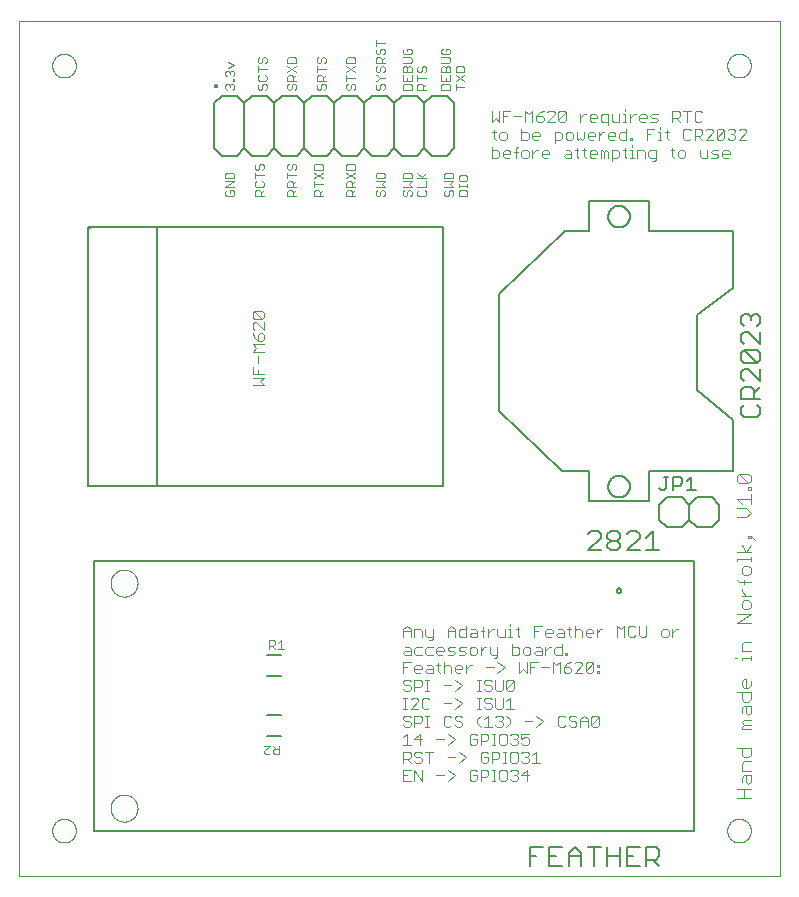
<source format=gto>
G75*
%MOIN*%
%OFA0B0*%
%FSLAX25Y25*%
%IPPOS*%
%LPD*%
%AMOC8*
5,1,8,0,0,1.08239X$1,22.5*
%
%ADD10C,0.00000*%
%ADD11C,0.00300*%
%ADD12C,0.00400*%
%ADD13C,0.00500*%
%ADD14C,0.00600*%
%ADD15C,0.00800*%
D10*
X0001000Y0001000D02*
X0001000Y0285961D01*
X0254701Y0285961D01*
X0254701Y0001000D01*
X0001000Y0001000D01*
X0012063Y0016000D02*
X0012065Y0016125D01*
X0012071Y0016250D01*
X0012081Y0016374D01*
X0012095Y0016498D01*
X0012112Y0016622D01*
X0012134Y0016745D01*
X0012160Y0016867D01*
X0012189Y0016989D01*
X0012222Y0017109D01*
X0012260Y0017228D01*
X0012300Y0017347D01*
X0012345Y0017463D01*
X0012393Y0017578D01*
X0012445Y0017692D01*
X0012501Y0017804D01*
X0012560Y0017914D01*
X0012622Y0018022D01*
X0012688Y0018129D01*
X0012757Y0018233D01*
X0012830Y0018334D01*
X0012905Y0018434D01*
X0012984Y0018531D01*
X0013066Y0018625D01*
X0013151Y0018717D01*
X0013238Y0018806D01*
X0013329Y0018892D01*
X0013422Y0018975D01*
X0013518Y0019056D01*
X0013616Y0019133D01*
X0013716Y0019207D01*
X0013819Y0019278D01*
X0013924Y0019345D01*
X0014032Y0019410D01*
X0014141Y0019470D01*
X0014252Y0019528D01*
X0014365Y0019581D01*
X0014479Y0019631D01*
X0014595Y0019678D01*
X0014712Y0019720D01*
X0014831Y0019759D01*
X0014951Y0019795D01*
X0015072Y0019826D01*
X0015194Y0019854D01*
X0015316Y0019877D01*
X0015440Y0019897D01*
X0015564Y0019913D01*
X0015688Y0019925D01*
X0015813Y0019933D01*
X0015938Y0019937D01*
X0016062Y0019937D01*
X0016187Y0019933D01*
X0016312Y0019925D01*
X0016436Y0019913D01*
X0016560Y0019897D01*
X0016684Y0019877D01*
X0016806Y0019854D01*
X0016928Y0019826D01*
X0017049Y0019795D01*
X0017169Y0019759D01*
X0017288Y0019720D01*
X0017405Y0019678D01*
X0017521Y0019631D01*
X0017635Y0019581D01*
X0017748Y0019528D01*
X0017859Y0019470D01*
X0017969Y0019410D01*
X0018076Y0019345D01*
X0018181Y0019278D01*
X0018284Y0019207D01*
X0018384Y0019133D01*
X0018482Y0019056D01*
X0018578Y0018975D01*
X0018671Y0018892D01*
X0018762Y0018806D01*
X0018849Y0018717D01*
X0018934Y0018625D01*
X0019016Y0018531D01*
X0019095Y0018434D01*
X0019170Y0018334D01*
X0019243Y0018233D01*
X0019312Y0018129D01*
X0019378Y0018022D01*
X0019440Y0017914D01*
X0019499Y0017804D01*
X0019555Y0017692D01*
X0019607Y0017578D01*
X0019655Y0017463D01*
X0019700Y0017347D01*
X0019740Y0017228D01*
X0019778Y0017109D01*
X0019811Y0016989D01*
X0019840Y0016867D01*
X0019866Y0016745D01*
X0019888Y0016622D01*
X0019905Y0016498D01*
X0019919Y0016374D01*
X0019929Y0016250D01*
X0019935Y0016125D01*
X0019937Y0016000D01*
X0019935Y0015875D01*
X0019929Y0015750D01*
X0019919Y0015626D01*
X0019905Y0015502D01*
X0019888Y0015378D01*
X0019866Y0015255D01*
X0019840Y0015133D01*
X0019811Y0015011D01*
X0019778Y0014891D01*
X0019740Y0014772D01*
X0019700Y0014653D01*
X0019655Y0014537D01*
X0019607Y0014422D01*
X0019555Y0014308D01*
X0019499Y0014196D01*
X0019440Y0014086D01*
X0019378Y0013978D01*
X0019312Y0013871D01*
X0019243Y0013767D01*
X0019170Y0013666D01*
X0019095Y0013566D01*
X0019016Y0013469D01*
X0018934Y0013375D01*
X0018849Y0013283D01*
X0018762Y0013194D01*
X0018671Y0013108D01*
X0018578Y0013025D01*
X0018482Y0012944D01*
X0018384Y0012867D01*
X0018284Y0012793D01*
X0018181Y0012722D01*
X0018076Y0012655D01*
X0017968Y0012590D01*
X0017859Y0012530D01*
X0017748Y0012472D01*
X0017635Y0012419D01*
X0017521Y0012369D01*
X0017405Y0012322D01*
X0017288Y0012280D01*
X0017169Y0012241D01*
X0017049Y0012205D01*
X0016928Y0012174D01*
X0016806Y0012146D01*
X0016684Y0012123D01*
X0016560Y0012103D01*
X0016436Y0012087D01*
X0016312Y0012075D01*
X0016187Y0012067D01*
X0016062Y0012063D01*
X0015938Y0012063D01*
X0015813Y0012067D01*
X0015688Y0012075D01*
X0015564Y0012087D01*
X0015440Y0012103D01*
X0015316Y0012123D01*
X0015194Y0012146D01*
X0015072Y0012174D01*
X0014951Y0012205D01*
X0014831Y0012241D01*
X0014712Y0012280D01*
X0014595Y0012322D01*
X0014479Y0012369D01*
X0014365Y0012419D01*
X0014252Y0012472D01*
X0014141Y0012530D01*
X0014031Y0012590D01*
X0013924Y0012655D01*
X0013819Y0012722D01*
X0013716Y0012793D01*
X0013616Y0012867D01*
X0013518Y0012944D01*
X0013422Y0013025D01*
X0013329Y0013108D01*
X0013238Y0013194D01*
X0013151Y0013283D01*
X0013066Y0013375D01*
X0012984Y0013469D01*
X0012905Y0013566D01*
X0012830Y0013666D01*
X0012757Y0013767D01*
X0012688Y0013871D01*
X0012622Y0013978D01*
X0012560Y0014086D01*
X0012501Y0014196D01*
X0012445Y0014308D01*
X0012393Y0014422D01*
X0012345Y0014537D01*
X0012300Y0014653D01*
X0012260Y0014772D01*
X0012222Y0014891D01*
X0012189Y0015011D01*
X0012160Y0015133D01*
X0012134Y0015255D01*
X0012112Y0015378D01*
X0012095Y0015502D01*
X0012081Y0015626D01*
X0012071Y0015750D01*
X0012065Y0015875D01*
X0012063Y0016000D01*
X0031500Y0023500D02*
X0031502Y0023634D01*
X0031508Y0023768D01*
X0031518Y0023901D01*
X0031532Y0024035D01*
X0031550Y0024168D01*
X0031572Y0024300D01*
X0031597Y0024431D01*
X0031627Y0024562D01*
X0031661Y0024692D01*
X0031698Y0024820D01*
X0031739Y0024948D01*
X0031784Y0025074D01*
X0031833Y0025199D01*
X0031885Y0025322D01*
X0031941Y0025444D01*
X0032001Y0025564D01*
X0032064Y0025682D01*
X0032131Y0025798D01*
X0032201Y0025912D01*
X0032275Y0026024D01*
X0032352Y0026134D01*
X0032432Y0026242D01*
X0032515Y0026347D01*
X0032601Y0026449D01*
X0032690Y0026549D01*
X0032783Y0026646D01*
X0032878Y0026741D01*
X0032976Y0026832D01*
X0033076Y0026921D01*
X0033179Y0027006D01*
X0033285Y0027089D01*
X0033393Y0027168D01*
X0033503Y0027244D01*
X0033616Y0027317D01*
X0033731Y0027386D01*
X0033847Y0027452D01*
X0033966Y0027514D01*
X0034086Y0027573D01*
X0034209Y0027628D01*
X0034332Y0027680D01*
X0034457Y0027727D01*
X0034584Y0027771D01*
X0034712Y0027812D01*
X0034841Y0027848D01*
X0034971Y0027881D01*
X0035102Y0027909D01*
X0035233Y0027934D01*
X0035366Y0027955D01*
X0035499Y0027972D01*
X0035632Y0027985D01*
X0035766Y0027994D01*
X0035900Y0027999D01*
X0036034Y0028000D01*
X0036167Y0027997D01*
X0036301Y0027990D01*
X0036435Y0027979D01*
X0036568Y0027964D01*
X0036701Y0027945D01*
X0036833Y0027922D01*
X0036964Y0027896D01*
X0037094Y0027865D01*
X0037224Y0027830D01*
X0037352Y0027792D01*
X0037479Y0027750D01*
X0037605Y0027704D01*
X0037730Y0027654D01*
X0037853Y0027601D01*
X0037974Y0027544D01*
X0038094Y0027483D01*
X0038211Y0027419D01*
X0038327Y0027352D01*
X0038441Y0027281D01*
X0038552Y0027206D01*
X0038661Y0027129D01*
X0038768Y0027048D01*
X0038873Y0026964D01*
X0038974Y0026877D01*
X0039074Y0026787D01*
X0039170Y0026694D01*
X0039264Y0026598D01*
X0039355Y0026499D01*
X0039442Y0026398D01*
X0039527Y0026294D01*
X0039609Y0026188D01*
X0039687Y0026080D01*
X0039762Y0025969D01*
X0039834Y0025856D01*
X0039903Y0025740D01*
X0039968Y0025623D01*
X0040029Y0025504D01*
X0040087Y0025383D01*
X0040141Y0025261D01*
X0040192Y0025137D01*
X0040239Y0025011D01*
X0040282Y0024884D01*
X0040321Y0024756D01*
X0040357Y0024627D01*
X0040388Y0024497D01*
X0040416Y0024366D01*
X0040440Y0024234D01*
X0040460Y0024101D01*
X0040476Y0023968D01*
X0040488Y0023835D01*
X0040496Y0023701D01*
X0040500Y0023567D01*
X0040500Y0023433D01*
X0040496Y0023299D01*
X0040488Y0023165D01*
X0040476Y0023032D01*
X0040460Y0022899D01*
X0040440Y0022766D01*
X0040416Y0022634D01*
X0040388Y0022503D01*
X0040357Y0022373D01*
X0040321Y0022244D01*
X0040282Y0022116D01*
X0040239Y0021989D01*
X0040192Y0021863D01*
X0040141Y0021739D01*
X0040087Y0021617D01*
X0040029Y0021496D01*
X0039968Y0021377D01*
X0039903Y0021260D01*
X0039834Y0021144D01*
X0039762Y0021031D01*
X0039687Y0020920D01*
X0039609Y0020812D01*
X0039527Y0020706D01*
X0039442Y0020602D01*
X0039355Y0020501D01*
X0039264Y0020402D01*
X0039170Y0020306D01*
X0039074Y0020213D01*
X0038974Y0020123D01*
X0038873Y0020036D01*
X0038768Y0019952D01*
X0038661Y0019871D01*
X0038552Y0019794D01*
X0038441Y0019719D01*
X0038327Y0019648D01*
X0038211Y0019581D01*
X0038094Y0019517D01*
X0037974Y0019456D01*
X0037853Y0019399D01*
X0037730Y0019346D01*
X0037605Y0019296D01*
X0037479Y0019250D01*
X0037352Y0019208D01*
X0037224Y0019170D01*
X0037094Y0019135D01*
X0036964Y0019104D01*
X0036833Y0019078D01*
X0036701Y0019055D01*
X0036568Y0019036D01*
X0036435Y0019021D01*
X0036301Y0019010D01*
X0036167Y0019003D01*
X0036034Y0019000D01*
X0035900Y0019001D01*
X0035766Y0019006D01*
X0035632Y0019015D01*
X0035499Y0019028D01*
X0035366Y0019045D01*
X0035233Y0019066D01*
X0035102Y0019091D01*
X0034971Y0019119D01*
X0034841Y0019152D01*
X0034712Y0019188D01*
X0034584Y0019229D01*
X0034457Y0019273D01*
X0034332Y0019320D01*
X0034209Y0019372D01*
X0034086Y0019427D01*
X0033966Y0019486D01*
X0033847Y0019548D01*
X0033731Y0019614D01*
X0033616Y0019683D01*
X0033503Y0019756D01*
X0033393Y0019832D01*
X0033285Y0019911D01*
X0033179Y0019994D01*
X0033076Y0020079D01*
X0032976Y0020168D01*
X0032878Y0020259D01*
X0032783Y0020354D01*
X0032690Y0020451D01*
X0032601Y0020551D01*
X0032515Y0020653D01*
X0032432Y0020758D01*
X0032352Y0020866D01*
X0032275Y0020976D01*
X0032201Y0021088D01*
X0032131Y0021202D01*
X0032064Y0021318D01*
X0032001Y0021436D01*
X0031941Y0021556D01*
X0031885Y0021678D01*
X0031833Y0021801D01*
X0031784Y0021926D01*
X0031739Y0022052D01*
X0031698Y0022180D01*
X0031661Y0022308D01*
X0031627Y0022438D01*
X0031597Y0022569D01*
X0031572Y0022700D01*
X0031550Y0022832D01*
X0031532Y0022965D01*
X0031518Y0023099D01*
X0031508Y0023232D01*
X0031502Y0023366D01*
X0031500Y0023500D01*
X0031500Y0098500D02*
X0031502Y0098634D01*
X0031508Y0098768D01*
X0031518Y0098901D01*
X0031532Y0099035D01*
X0031550Y0099168D01*
X0031572Y0099300D01*
X0031597Y0099431D01*
X0031627Y0099562D01*
X0031661Y0099692D01*
X0031698Y0099820D01*
X0031739Y0099948D01*
X0031784Y0100074D01*
X0031833Y0100199D01*
X0031885Y0100322D01*
X0031941Y0100444D01*
X0032001Y0100564D01*
X0032064Y0100682D01*
X0032131Y0100798D01*
X0032201Y0100912D01*
X0032275Y0101024D01*
X0032352Y0101134D01*
X0032432Y0101242D01*
X0032515Y0101347D01*
X0032601Y0101449D01*
X0032690Y0101549D01*
X0032783Y0101646D01*
X0032878Y0101741D01*
X0032976Y0101832D01*
X0033076Y0101921D01*
X0033179Y0102006D01*
X0033285Y0102089D01*
X0033393Y0102168D01*
X0033503Y0102244D01*
X0033616Y0102317D01*
X0033731Y0102386D01*
X0033847Y0102452D01*
X0033966Y0102514D01*
X0034086Y0102573D01*
X0034209Y0102628D01*
X0034332Y0102680D01*
X0034457Y0102727D01*
X0034584Y0102771D01*
X0034712Y0102812D01*
X0034841Y0102848D01*
X0034971Y0102881D01*
X0035102Y0102909D01*
X0035233Y0102934D01*
X0035366Y0102955D01*
X0035499Y0102972D01*
X0035632Y0102985D01*
X0035766Y0102994D01*
X0035900Y0102999D01*
X0036034Y0103000D01*
X0036167Y0102997D01*
X0036301Y0102990D01*
X0036435Y0102979D01*
X0036568Y0102964D01*
X0036701Y0102945D01*
X0036833Y0102922D01*
X0036964Y0102896D01*
X0037094Y0102865D01*
X0037224Y0102830D01*
X0037352Y0102792D01*
X0037479Y0102750D01*
X0037605Y0102704D01*
X0037730Y0102654D01*
X0037853Y0102601D01*
X0037974Y0102544D01*
X0038094Y0102483D01*
X0038211Y0102419D01*
X0038327Y0102352D01*
X0038441Y0102281D01*
X0038552Y0102206D01*
X0038661Y0102129D01*
X0038768Y0102048D01*
X0038873Y0101964D01*
X0038974Y0101877D01*
X0039074Y0101787D01*
X0039170Y0101694D01*
X0039264Y0101598D01*
X0039355Y0101499D01*
X0039442Y0101398D01*
X0039527Y0101294D01*
X0039609Y0101188D01*
X0039687Y0101080D01*
X0039762Y0100969D01*
X0039834Y0100856D01*
X0039903Y0100740D01*
X0039968Y0100623D01*
X0040029Y0100504D01*
X0040087Y0100383D01*
X0040141Y0100261D01*
X0040192Y0100137D01*
X0040239Y0100011D01*
X0040282Y0099884D01*
X0040321Y0099756D01*
X0040357Y0099627D01*
X0040388Y0099497D01*
X0040416Y0099366D01*
X0040440Y0099234D01*
X0040460Y0099101D01*
X0040476Y0098968D01*
X0040488Y0098835D01*
X0040496Y0098701D01*
X0040500Y0098567D01*
X0040500Y0098433D01*
X0040496Y0098299D01*
X0040488Y0098165D01*
X0040476Y0098032D01*
X0040460Y0097899D01*
X0040440Y0097766D01*
X0040416Y0097634D01*
X0040388Y0097503D01*
X0040357Y0097373D01*
X0040321Y0097244D01*
X0040282Y0097116D01*
X0040239Y0096989D01*
X0040192Y0096863D01*
X0040141Y0096739D01*
X0040087Y0096617D01*
X0040029Y0096496D01*
X0039968Y0096377D01*
X0039903Y0096260D01*
X0039834Y0096144D01*
X0039762Y0096031D01*
X0039687Y0095920D01*
X0039609Y0095812D01*
X0039527Y0095706D01*
X0039442Y0095602D01*
X0039355Y0095501D01*
X0039264Y0095402D01*
X0039170Y0095306D01*
X0039074Y0095213D01*
X0038974Y0095123D01*
X0038873Y0095036D01*
X0038768Y0094952D01*
X0038661Y0094871D01*
X0038552Y0094794D01*
X0038441Y0094719D01*
X0038327Y0094648D01*
X0038211Y0094581D01*
X0038094Y0094517D01*
X0037974Y0094456D01*
X0037853Y0094399D01*
X0037730Y0094346D01*
X0037605Y0094296D01*
X0037479Y0094250D01*
X0037352Y0094208D01*
X0037224Y0094170D01*
X0037094Y0094135D01*
X0036964Y0094104D01*
X0036833Y0094078D01*
X0036701Y0094055D01*
X0036568Y0094036D01*
X0036435Y0094021D01*
X0036301Y0094010D01*
X0036167Y0094003D01*
X0036034Y0094000D01*
X0035900Y0094001D01*
X0035766Y0094006D01*
X0035632Y0094015D01*
X0035499Y0094028D01*
X0035366Y0094045D01*
X0035233Y0094066D01*
X0035102Y0094091D01*
X0034971Y0094119D01*
X0034841Y0094152D01*
X0034712Y0094188D01*
X0034584Y0094229D01*
X0034457Y0094273D01*
X0034332Y0094320D01*
X0034209Y0094372D01*
X0034086Y0094427D01*
X0033966Y0094486D01*
X0033847Y0094548D01*
X0033731Y0094614D01*
X0033616Y0094683D01*
X0033503Y0094756D01*
X0033393Y0094832D01*
X0033285Y0094911D01*
X0033179Y0094994D01*
X0033076Y0095079D01*
X0032976Y0095168D01*
X0032878Y0095259D01*
X0032783Y0095354D01*
X0032690Y0095451D01*
X0032601Y0095551D01*
X0032515Y0095653D01*
X0032432Y0095758D01*
X0032352Y0095866D01*
X0032275Y0095976D01*
X0032201Y0096088D01*
X0032131Y0096202D01*
X0032064Y0096318D01*
X0032001Y0096436D01*
X0031941Y0096556D01*
X0031885Y0096678D01*
X0031833Y0096801D01*
X0031784Y0096926D01*
X0031739Y0097052D01*
X0031698Y0097180D01*
X0031661Y0097308D01*
X0031627Y0097438D01*
X0031597Y0097569D01*
X0031572Y0097700D01*
X0031550Y0097832D01*
X0031532Y0097965D01*
X0031518Y0098099D01*
X0031508Y0098232D01*
X0031502Y0098366D01*
X0031500Y0098500D01*
X0012063Y0271000D02*
X0012065Y0271125D01*
X0012071Y0271250D01*
X0012081Y0271374D01*
X0012095Y0271498D01*
X0012112Y0271622D01*
X0012134Y0271745D01*
X0012160Y0271867D01*
X0012189Y0271989D01*
X0012222Y0272109D01*
X0012260Y0272228D01*
X0012300Y0272347D01*
X0012345Y0272463D01*
X0012393Y0272578D01*
X0012445Y0272692D01*
X0012501Y0272804D01*
X0012560Y0272914D01*
X0012622Y0273022D01*
X0012688Y0273129D01*
X0012757Y0273233D01*
X0012830Y0273334D01*
X0012905Y0273434D01*
X0012984Y0273531D01*
X0013066Y0273625D01*
X0013151Y0273717D01*
X0013238Y0273806D01*
X0013329Y0273892D01*
X0013422Y0273975D01*
X0013518Y0274056D01*
X0013616Y0274133D01*
X0013716Y0274207D01*
X0013819Y0274278D01*
X0013924Y0274345D01*
X0014032Y0274410D01*
X0014141Y0274470D01*
X0014252Y0274528D01*
X0014365Y0274581D01*
X0014479Y0274631D01*
X0014595Y0274678D01*
X0014712Y0274720D01*
X0014831Y0274759D01*
X0014951Y0274795D01*
X0015072Y0274826D01*
X0015194Y0274854D01*
X0015316Y0274877D01*
X0015440Y0274897D01*
X0015564Y0274913D01*
X0015688Y0274925D01*
X0015813Y0274933D01*
X0015938Y0274937D01*
X0016062Y0274937D01*
X0016187Y0274933D01*
X0016312Y0274925D01*
X0016436Y0274913D01*
X0016560Y0274897D01*
X0016684Y0274877D01*
X0016806Y0274854D01*
X0016928Y0274826D01*
X0017049Y0274795D01*
X0017169Y0274759D01*
X0017288Y0274720D01*
X0017405Y0274678D01*
X0017521Y0274631D01*
X0017635Y0274581D01*
X0017748Y0274528D01*
X0017859Y0274470D01*
X0017969Y0274410D01*
X0018076Y0274345D01*
X0018181Y0274278D01*
X0018284Y0274207D01*
X0018384Y0274133D01*
X0018482Y0274056D01*
X0018578Y0273975D01*
X0018671Y0273892D01*
X0018762Y0273806D01*
X0018849Y0273717D01*
X0018934Y0273625D01*
X0019016Y0273531D01*
X0019095Y0273434D01*
X0019170Y0273334D01*
X0019243Y0273233D01*
X0019312Y0273129D01*
X0019378Y0273022D01*
X0019440Y0272914D01*
X0019499Y0272804D01*
X0019555Y0272692D01*
X0019607Y0272578D01*
X0019655Y0272463D01*
X0019700Y0272347D01*
X0019740Y0272228D01*
X0019778Y0272109D01*
X0019811Y0271989D01*
X0019840Y0271867D01*
X0019866Y0271745D01*
X0019888Y0271622D01*
X0019905Y0271498D01*
X0019919Y0271374D01*
X0019929Y0271250D01*
X0019935Y0271125D01*
X0019937Y0271000D01*
X0019935Y0270875D01*
X0019929Y0270750D01*
X0019919Y0270626D01*
X0019905Y0270502D01*
X0019888Y0270378D01*
X0019866Y0270255D01*
X0019840Y0270133D01*
X0019811Y0270011D01*
X0019778Y0269891D01*
X0019740Y0269772D01*
X0019700Y0269653D01*
X0019655Y0269537D01*
X0019607Y0269422D01*
X0019555Y0269308D01*
X0019499Y0269196D01*
X0019440Y0269086D01*
X0019378Y0268978D01*
X0019312Y0268871D01*
X0019243Y0268767D01*
X0019170Y0268666D01*
X0019095Y0268566D01*
X0019016Y0268469D01*
X0018934Y0268375D01*
X0018849Y0268283D01*
X0018762Y0268194D01*
X0018671Y0268108D01*
X0018578Y0268025D01*
X0018482Y0267944D01*
X0018384Y0267867D01*
X0018284Y0267793D01*
X0018181Y0267722D01*
X0018076Y0267655D01*
X0017968Y0267590D01*
X0017859Y0267530D01*
X0017748Y0267472D01*
X0017635Y0267419D01*
X0017521Y0267369D01*
X0017405Y0267322D01*
X0017288Y0267280D01*
X0017169Y0267241D01*
X0017049Y0267205D01*
X0016928Y0267174D01*
X0016806Y0267146D01*
X0016684Y0267123D01*
X0016560Y0267103D01*
X0016436Y0267087D01*
X0016312Y0267075D01*
X0016187Y0267067D01*
X0016062Y0267063D01*
X0015938Y0267063D01*
X0015813Y0267067D01*
X0015688Y0267075D01*
X0015564Y0267087D01*
X0015440Y0267103D01*
X0015316Y0267123D01*
X0015194Y0267146D01*
X0015072Y0267174D01*
X0014951Y0267205D01*
X0014831Y0267241D01*
X0014712Y0267280D01*
X0014595Y0267322D01*
X0014479Y0267369D01*
X0014365Y0267419D01*
X0014252Y0267472D01*
X0014141Y0267530D01*
X0014031Y0267590D01*
X0013924Y0267655D01*
X0013819Y0267722D01*
X0013716Y0267793D01*
X0013616Y0267867D01*
X0013518Y0267944D01*
X0013422Y0268025D01*
X0013329Y0268108D01*
X0013238Y0268194D01*
X0013151Y0268283D01*
X0013066Y0268375D01*
X0012984Y0268469D01*
X0012905Y0268566D01*
X0012830Y0268666D01*
X0012757Y0268767D01*
X0012688Y0268871D01*
X0012622Y0268978D01*
X0012560Y0269086D01*
X0012501Y0269196D01*
X0012445Y0269308D01*
X0012393Y0269422D01*
X0012345Y0269537D01*
X0012300Y0269653D01*
X0012260Y0269772D01*
X0012222Y0269891D01*
X0012189Y0270011D01*
X0012160Y0270133D01*
X0012134Y0270255D01*
X0012112Y0270378D01*
X0012095Y0270502D01*
X0012081Y0270626D01*
X0012071Y0270750D01*
X0012065Y0270875D01*
X0012063Y0271000D01*
X0237063Y0271000D02*
X0237065Y0271125D01*
X0237071Y0271250D01*
X0237081Y0271374D01*
X0237095Y0271498D01*
X0237112Y0271622D01*
X0237134Y0271745D01*
X0237160Y0271867D01*
X0237189Y0271989D01*
X0237222Y0272109D01*
X0237260Y0272228D01*
X0237300Y0272347D01*
X0237345Y0272463D01*
X0237393Y0272578D01*
X0237445Y0272692D01*
X0237501Y0272804D01*
X0237560Y0272914D01*
X0237622Y0273022D01*
X0237688Y0273129D01*
X0237757Y0273233D01*
X0237830Y0273334D01*
X0237905Y0273434D01*
X0237984Y0273531D01*
X0238066Y0273625D01*
X0238151Y0273717D01*
X0238238Y0273806D01*
X0238329Y0273892D01*
X0238422Y0273975D01*
X0238518Y0274056D01*
X0238616Y0274133D01*
X0238716Y0274207D01*
X0238819Y0274278D01*
X0238924Y0274345D01*
X0239032Y0274410D01*
X0239141Y0274470D01*
X0239252Y0274528D01*
X0239365Y0274581D01*
X0239479Y0274631D01*
X0239595Y0274678D01*
X0239712Y0274720D01*
X0239831Y0274759D01*
X0239951Y0274795D01*
X0240072Y0274826D01*
X0240194Y0274854D01*
X0240316Y0274877D01*
X0240440Y0274897D01*
X0240564Y0274913D01*
X0240688Y0274925D01*
X0240813Y0274933D01*
X0240938Y0274937D01*
X0241062Y0274937D01*
X0241187Y0274933D01*
X0241312Y0274925D01*
X0241436Y0274913D01*
X0241560Y0274897D01*
X0241684Y0274877D01*
X0241806Y0274854D01*
X0241928Y0274826D01*
X0242049Y0274795D01*
X0242169Y0274759D01*
X0242288Y0274720D01*
X0242405Y0274678D01*
X0242521Y0274631D01*
X0242635Y0274581D01*
X0242748Y0274528D01*
X0242859Y0274470D01*
X0242969Y0274410D01*
X0243076Y0274345D01*
X0243181Y0274278D01*
X0243284Y0274207D01*
X0243384Y0274133D01*
X0243482Y0274056D01*
X0243578Y0273975D01*
X0243671Y0273892D01*
X0243762Y0273806D01*
X0243849Y0273717D01*
X0243934Y0273625D01*
X0244016Y0273531D01*
X0244095Y0273434D01*
X0244170Y0273334D01*
X0244243Y0273233D01*
X0244312Y0273129D01*
X0244378Y0273022D01*
X0244440Y0272914D01*
X0244499Y0272804D01*
X0244555Y0272692D01*
X0244607Y0272578D01*
X0244655Y0272463D01*
X0244700Y0272347D01*
X0244740Y0272228D01*
X0244778Y0272109D01*
X0244811Y0271989D01*
X0244840Y0271867D01*
X0244866Y0271745D01*
X0244888Y0271622D01*
X0244905Y0271498D01*
X0244919Y0271374D01*
X0244929Y0271250D01*
X0244935Y0271125D01*
X0244937Y0271000D01*
X0244935Y0270875D01*
X0244929Y0270750D01*
X0244919Y0270626D01*
X0244905Y0270502D01*
X0244888Y0270378D01*
X0244866Y0270255D01*
X0244840Y0270133D01*
X0244811Y0270011D01*
X0244778Y0269891D01*
X0244740Y0269772D01*
X0244700Y0269653D01*
X0244655Y0269537D01*
X0244607Y0269422D01*
X0244555Y0269308D01*
X0244499Y0269196D01*
X0244440Y0269086D01*
X0244378Y0268978D01*
X0244312Y0268871D01*
X0244243Y0268767D01*
X0244170Y0268666D01*
X0244095Y0268566D01*
X0244016Y0268469D01*
X0243934Y0268375D01*
X0243849Y0268283D01*
X0243762Y0268194D01*
X0243671Y0268108D01*
X0243578Y0268025D01*
X0243482Y0267944D01*
X0243384Y0267867D01*
X0243284Y0267793D01*
X0243181Y0267722D01*
X0243076Y0267655D01*
X0242968Y0267590D01*
X0242859Y0267530D01*
X0242748Y0267472D01*
X0242635Y0267419D01*
X0242521Y0267369D01*
X0242405Y0267322D01*
X0242288Y0267280D01*
X0242169Y0267241D01*
X0242049Y0267205D01*
X0241928Y0267174D01*
X0241806Y0267146D01*
X0241684Y0267123D01*
X0241560Y0267103D01*
X0241436Y0267087D01*
X0241312Y0267075D01*
X0241187Y0267067D01*
X0241062Y0267063D01*
X0240938Y0267063D01*
X0240813Y0267067D01*
X0240688Y0267075D01*
X0240564Y0267087D01*
X0240440Y0267103D01*
X0240316Y0267123D01*
X0240194Y0267146D01*
X0240072Y0267174D01*
X0239951Y0267205D01*
X0239831Y0267241D01*
X0239712Y0267280D01*
X0239595Y0267322D01*
X0239479Y0267369D01*
X0239365Y0267419D01*
X0239252Y0267472D01*
X0239141Y0267530D01*
X0239031Y0267590D01*
X0238924Y0267655D01*
X0238819Y0267722D01*
X0238716Y0267793D01*
X0238616Y0267867D01*
X0238518Y0267944D01*
X0238422Y0268025D01*
X0238329Y0268108D01*
X0238238Y0268194D01*
X0238151Y0268283D01*
X0238066Y0268375D01*
X0237984Y0268469D01*
X0237905Y0268566D01*
X0237830Y0268666D01*
X0237757Y0268767D01*
X0237688Y0268871D01*
X0237622Y0268978D01*
X0237560Y0269086D01*
X0237501Y0269196D01*
X0237445Y0269308D01*
X0237393Y0269422D01*
X0237345Y0269537D01*
X0237300Y0269653D01*
X0237260Y0269772D01*
X0237222Y0269891D01*
X0237189Y0270011D01*
X0237160Y0270133D01*
X0237134Y0270255D01*
X0237112Y0270378D01*
X0237095Y0270502D01*
X0237081Y0270626D01*
X0237071Y0270750D01*
X0237065Y0270875D01*
X0237063Y0271000D01*
X0237063Y0016000D02*
X0237065Y0016125D01*
X0237071Y0016250D01*
X0237081Y0016374D01*
X0237095Y0016498D01*
X0237112Y0016622D01*
X0237134Y0016745D01*
X0237160Y0016867D01*
X0237189Y0016989D01*
X0237222Y0017109D01*
X0237260Y0017228D01*
X0237300Y0017347D01*
X0237345Y0017463D01*
X0237393Y0017578D01*
X0237445Y0017692D01*
X0237501Y0017804D01*
X0237560Y0017914D01*
X0237622Y0018022D01*
X0237688Y0018129D01*
X0237757Y0018233D01*
X0237830Y0018334D01*
X0237905Y0018434D01*
X0237984Y0018531D01*
X0238066Y0018625D01*
X0238151Y0018717D01*
X0238238Y0018806D01*
X0238329Y0018892D01*
X0238422Y0018975D01*
X0238518Y0019056D01*
X0238616Y0019133D01*
X0238716Y0019207D01*
X0238819Y0019278D01*
X0238924Y0019345D01*
X0239032Y0019410D01*
X0239141Y0019470D01*
X0239252Y0019528D01*
X0239365Y0019581D01*
X0239479Y0019631D01*
X0239595Y0019678D01*
X0239712Y0019720D01*
X0239831Y0019759D01*
X0239951Y0019795D01*
X0240072Y0019826D01*
X0240194Y0019854D01*
X0240316Y0019877D01*
X0240440Y0019897D01*
X0240564Y0019913D01*
X0240688Y0019925D01*
X0240813Y0019933D01*
X0240938Y0019937D01*
X0241062Y0019937D01*
X0241187Y0019933D01*
X0241312Y0019925D01*
X0241436Y0019913D01*
X0241560Y0019897D01*
X0241684Y0019877D01*
X0241806Y0019854D01*
X0241928Y0019826D01*
X0242049Y0019795D01*
X0242169Y0019759D01*
X0242288Y0019720D01*
X0242405Y0019678D01*
X0242521Y0019631D01*
X0242635Y0019581D01*
X0242748Y0019528D01*
X0242859Y0019470D01*
X0242969Y0019410D01*
X0243076Y0019345D01*
X0243181Y0019278D01*
X0243284Y0019207D01*
X0243384Y0019133D01*
X0243482Y0019056D01*
X0243578Y0018975D01*
X0243671Y0018892D01*
X0243762Y0018806D01*
X0243849Y0018717D01*
X0243934Y0018625D01*
X0244016Y0018531D01*
X0244095Y0018434D01*
X0244170Y0018334D01*
X0244243Y0018233D01*
X0244312Y0018129D01*
X0244378Y0018022D01*
X0244440Y0017914D01*
X0244499Y0017804D01*
X0244555Y0017692D01*
X0244607Y0017578D01*
X0244655Y0017463D01*
X0244700Y0017347D01*
X0244740Y0017228D01*
X0244778Y0017109D01*
X0244811Y0016989D01*
X0244840Y0016867D01*
X0244866Y0016745D01*
X0244888Y0016622D01*
X0244905Y0016498D01*
X0244919Y0016374D01*
X0244929Y0016250D01*
X0244935Y0016125D01*
X0244937Y0016000D01*
X0244935Y0015875D01*
X0244929Y0015750D01*
X0244919Y0015626D01*
X0244905Y0015502D01*
X0244888Y0015378D01*
X0244866Y0015255D01*
X0244840Y0015133D01*
X0244811Y0015011D01*
X0244778Y0014891D01*
X0244740Y0014772D01*
X0244700Y0014653D01*
X0244655Y0014537D01*
X0244607Y0014422D01*
X0244555Y0014308D01*
X0244499Y0014196D01*
X0244440Y0014086D01*
X0244378Y0013978D01*
X0244312Y0013871D01*
X0244243Y0013767D01*
X0244170Y0013666D01*
X0244095Y0013566D01*
X0244016Y0013469D01*
X0243934Y0013375D01*
X0243849Y0013283D01*
X0243762Y0013194D01*
X0243671Y0013108D01*
X0243578Y0013025D01*
X0243482Y0012944D01*
X0243384Y0012867D01*
X0243284Y0012793D01*
X0243181Y0012722D01*
X0243076Y0012655D01*
X0242968Y0012590D01*
X0242859Y0012530D01*
X0242748Y0012472D01*
X0242635Y0012419D01*
X0242521Y0012369D01*
X0242405Y0012322D01*
X0242288Y0012280D01*
X0242169Y0012241D01*
X0242049Y0012205D01*
X0241928Y0012174D01*
X0241806Y0012146D01*
X0241684Y0012123D01*
X0241560Y0012103D01*
X0241436Y0012087D01*
X0241312Y0012075D01*
X0241187Y0012067D01*
X0241062Y0012063D01*
X0240938Y0012063D01*
X0240813Y0012067D01*
X0240688Y0012075D01*
X0240564Y0012087D01*
X0240440Y0012103D01*
X0240316Y0012123D01*
X0240194Y0012146D01*
X0240072Y0012174D01*
X0239951Y0012205D01*
X0239831Y0012241D01*
X0239712Y0012280D01*
X0239595Y0012322D01*
X0239479Y0012369D01*
X0239365Y0012419D01*
X0239252Y0012472D01*
X0239141Y0012530D01*
X0239031Y0012590D01*
X0238924Y0012655D01*
X0238819Y0012722D01*
X0238716Y0012793D01*
X0238616Y0012867D01*
X0238518Y0012944D01*
X0238422Y0013025D01*
X0238329Y0013108D01*
X0238238Y0013194D01*
X0238151Y0013283D01*
X0238066Y0013375D01*
X0237984Y0013469D01*
X0237905Y0013566D01*
X0237830Y0013666D01*
X0237757Y0013767D01*
X0237688Y0013871D01*
X0237622Y0013978D01*
X0237560Y0014086D01*
X0237501Y0014196D01*
X0237445Y0014308D01*
X0237393Y0014422D01*
X0237345Y0014537D01*
X0237300Y0014653D01*
X0237260Y0014772D01*
X0237222Y0014891D01*
X0237189Y0015011D01*
X0237160Y0015133D01*
X0237134Y0015255D01*
X0237112Y0015378D01*
X0237095Y0015502D01*
X0237081Y0015626D01*
X0237071Y0015750D01*
X0237065Y0015875D01*
X0237063Y0016000D01*
D11*
X0194185Y0051263D02*
X0193568Y0050646D01*
X0192333Y0050646D01*
X0191716Y0051263D01*
X0194185Y0053732D01*
X0194185Y0051263D01*
X0191716Y0051263D02*
X0191716Y0053732D01*
X0192333Y0054349D01*
X0193568Y0054349D01*
X0194185Y0053732D01*
X0190502Y0053115D02*
X0190502Y0050646D01*
X0190502Y0052498D02*
X0188033Y0052498D01*
X0188033Y0053115D02*
X0189267Y0054349D01*
X0190502Y0053115D01*
X0188033Y0053115D02*
X0188033Y0050646D01*
X0186819Y0051263D02*
X0186201Y0050646D01*
X0184967Y0050646D01*
X0184350Y0051263D01*
X0183136Y0051263D02*
X0182518Y0050646D01*
X0181284Y0050646D01*
X0180667Y0051263D01*
X0180667Y0053732D01*
X0181284Y0054349D01*
X0182518Y0054349D01*
X0183136Y0053732D01*
X0184350Y0053732D02*
X0184350Y0053115D01*
X0184967Y0052498D01*
X0186201Y0052498D01*
X0186819Y0051880D01*
X0186819Y0051263D01*
X0186819Y0053732D02*
X0186201Y0054349D01*
X0184967Y0054349D01*
X0184350Y0053732D01*
X0175769Y0052498D02*
X0173300Y0050646D01*
X0172086Y0052498D02*
X0169617Y0052498D01*
X0173300Y0054349D02*
X0175769Y0052498D01*
X0170858Y0048349D02*
X0168390Y0048349D01*
X0168390Y0046498D01*
X0169624Y0047115D01*
X0170241Y0047115D01*
X0170858Y0046498D01*
X0170858Y0045263D01*
X0170241Y0044646D01*
X0169007Y0044646D01*
X0168390Y0045263D01*
X0167175Y0045263D02*
X0166558Y0044646D01*
X0165324Y0044646D01*
X0164706Y0045263D01*
X0163492Y0045263D02*
X0163492Y0047732D01*
X0162875Y0048349D01*
X0161641Y0048349D01*
X0161023Y0047732D01*
X0161023Y0045263D01*
X0161641Y0044646D01*
X0162875Y0044646D01*
X0163492Y0045263D01*
X0165941Y0046498D02*
X0166558Y0046498D01*
X0167175Y0045880D01*
X0167175Y0045263D01*
X0166558Y0046498D02*
X0167175Y0047115D01*
X0167175Y0047732D01*
X0166558Y0048349D01*
X0165324Y0048349D01*
X0164706Y0047732D01*
X0163479Y0050646D02*
X0164713Y0051880D01*
X0164713Y0053115D01*
X0163479Y0054349D01*
X0162264Y0053732D02*
X0162264Y0053115D01*
X0161647Y0052498D01*
X0162264Y0051880D01*
X0162264Y0051263D01*
X0161647Y0050646D01*
X0160413Y0050646D01*
X0159796Y0051263D01*
X0158581Y0050646D02*
X0156112Y0050646D01*
X0154891Y0050646D02*
X0153657Y0051880D01*
X0153657Y0053115D01*
X0154891Y0054349D01*
X0156112Y0053115D02*
X0157347Y0054349D01*
X0157347Y0050646D01*
X0156736Y0048349D02*
X0154885Y0048349D01*
X0154885Y0044646D01*
X0154885Y0045880D02*
X0156736Y0045880D01*
X0157354Y0046498D01*
X0157354Y0047732D01*
X0156736Y0048349D01*
X0158568Y0048349D02*
X0159802Y0048349D01*
X0159185Y0048349D02*
X0159185Y0044646D01*
X0158568Y0044646D02*
X0159802Y0044646D01*
X0160419Y0042349D02*
X0161037Y0041732D01*
X0161037Y0040498D01*
X0160419Y0039880D01*
X0158568Y0039880D01*
X0158568Y0038646D02*
X0158568Y0042349D01*
X0160419Y0042349D01*
X0162251Y0042349D02*
X0163485Y0042349D01*
X0162868Y0042349D02*
X0162868Y0038646D01*
X0162251Y0038646D02*
X0163485Y0038646D01*
X0164706Y0039263D02*
X0164706Y0041732D01*
X0165324Y0042349D01*
X0166558Y0042349D01*
X0167175Y0041732D01*
X0167175Y0039263D01*
X0166558Y0038646D01*
X0165324Y0038646D01*
X0164706Y0039263D01*
X0165324Y0036349D02*
X0166558Y0036349D01*
X0167175Y0035732D01*
X0167175Y0035115D01*
X0166558Y0034498D01*
X0167175Y0033880D01*
X0167175Y0033263D01*
X0166558Y0032646D01*
X0165324Y0032646D01*
X0164706Y0033263D01*
X0163492Y0033263D02*
X0163492Y0035732D01*
X0162875Y0036349D01*
X0161641Y0036349D01*
X0161023Y0035732D01*
X0161023Y0033263D01*
X0161641Y0032646D01*
X0162875Y0032646D01*
X0163492Y0033263D01*
X0165941Y0034498D02*
X0166558Y0034498D01*
X0168390Y0034498D02*
X0170858Y0034498D01*
X0170241Y0036349D02*
X0168390Y0034498D01*
X0170241Y0036349D02*
X0170241Y0032646D01*
X0170241Y0038646D02*
X0169007Y0038646D01*
X0168390Y0039263D01*
X0169624Y0040498D02*
X0170241Y0040498D01*
X0170858Y0039880D01*
X0170858Y0039263D01*
X0170241Y0038646D01*
X0172073Y0038646D02*
X0174542Y0038646D01*
X0173307Y0038646D02*
X0173307Y0042349D01*
X0172073Y0041115D01*
X0170858Y0041115D02*
X0170241Y0040498D01*
X0170858Y0041115D02*
X0170858Y0041732D01*
X0170241Y0042349D01*
X0169007Y0042349D01*
X0168390Y0041732D01*
X0165324Y0036349D02*
X0164706Y0035732D01*
X0159802Y0036349D02*
X0158568Y0036349D01*
X0159185Y0036349D02*
X0159185Y0032646D01*
X0158568Y0032646D02*
X0159802Y0032646D01*
X0157354Y0034498D02*
X0156736Y0033880D01*
X0154885Y0033880D01*
X0154885Y0032646D02*
X0154885Y0036349D01*
X0156736Y0036349D01*
X0157354Y0035732D01*
X0157354Y0034498D01*
X0153670Y0034498D02*
X0153670Y0033263D01*
X0153053Y0032646D01*
X0151819Y0032646D01*
X0151202Y0033263D01*
X0151202Y0035732D01*
X0151819Y0036349D01*
X0153053Y0036349D01*
X0153670Y0035732D01*
X0153670Y0034498D02*
X0152436Y0034498D01*
X0155502Y0038646D02*
X0156736Y0038646D01*
X0157354Y0039263D01*
X0157354Y0040498D01*
X0156119Y0040498D01*
X0154885Y0041732D02*
X0154885Y0039263D01*
X0155502Y0038646D01*
X0154885Y0041732D02*
X0155502Y0042349D01*
X0156736Y0042349D01*
X0157354Y0041732D01*
X0153670Y0045263D02*
X0153670Y0046498D01*
X0152436Y0046498D01*
X0151202Y0047732D02*
X0151202Y0045263D01*
X0151819Y0044646D01*
X0153053Y0044646D01*
X0153670Y0045263D01*
X0153670Y0047732D02*
X0153053Y0048349D01*
X0151819Y0048349D01*
X0151202Y0047732D01*
X0148142Y0050646D02*
X0148760Y0051263D01*
X0148760Y0051880D01*
X0148142Y0052498D01*
X0146908Y0052498D01*
X0146291Y0053115D01*
X0146291Y0053732D01*
X0146908Y0054349D01*
X0148142Y0054349D01*
X0148760Y0053732D01*
X0148142Y0050646D02*
X0146908Y0050646D01*
X0146291Y0051263D01*
X0145076Y0051263D02*
X0144459Y0050646D01*
X0143225Y0050646D01*
X0142608Y0051263D01*
X0142608Y0053732D01*
X0143225Y0054349D01*
X0144459Y0054349D01*
X0145076Y0053732D01*
X0146291Y0056646D02*
X0148760Y0058498D01*
X0146291Y0060349D01*
X0145076Y0058498D02*
X0142608Y0058498D01*
X0137710Y0059732D02*
X0137093Y0060349D01*
X0135859Y0060349D01*
X0135241Y0059732D01*
X0135241Y0057263D01*
X0135859Y0056646D01*
X0137093Y0056646D01*
X0137710Y0057263D01*
X0137703Y0054349D02*
X0136469Y0054349D01*
X0137086Y0054349D02*
X0137086Y0050646D01*
X0136469Y0050646D02*
X0137703Y0050646D01*
X0135255Y0052498D02*
X0134637Y0051880D01*
X0132786Y0051880D01*
X0131572Y0051880D02*
X0131572Y0051263D01*
X0130954Y0050646D01*
X0129720Y0050646D01*
X0129103Y0051263D01*
X0129720Y0052498D02*
X0130954Y0052498D01*
X0131572Y0051880D01*
X0132786Y0050646D02*
X0132786Y0054349D01*
X0134637Y0054349D01*
X0135255Y0053732D01*
X0135255Y0052498D01*
X0131572Y0053732D02*
X0130954Y0054349D01*
X0129720Y0054349D01*
X0129103Y0053732D01*
X0129103Y0053115D01*
X0129720Y0052498D01*
X0129720Y0056646D02*
X0129720Y0060349D01*
X0129103Y0060349D02*
X0130337Y0060349D01*
X0131558Y0059732D02*
X0132175Y0060349D01*
X0133410Y0060349D01*
X0134027Y0059732D01*
X0134027Y0059115D01*
X0131558Y0056646D01*
X0134027Y0056646D01*
X0130337Y0056646D02*
X0129103Y0056646D01*
X0129720Y0062646D02*
X0129103Y0063263D01*
X0129720Y0062646D02*
X0130954Y0062646D01*
X0131572Y0063263D01*
X0131572Y0063880D01*
X0130954Y0064498D01*
X0129720Y0064498D01*
X0129103Y0065115D01*
X0129103Y0065732D01*
X0129720Y0066349D01*
X0130954Y0066349D01*
X0131572Y0065732D01*
X0132786Y0066349D02*
X0132786Y0062646D01*
X0132786Y0063880D02*
X0134637Y0063880D01*
X0135255Y0064498D01*
X0135255Y0065732D01*
X0134637Y0066349D01*
X0132786Y0066349D01*
X0133403Y0068646D02*
X0132786Y0069263D01*
X0132786Y0070498D01*
X0133403Y0071115D01*
X0134637Y0071115D01*
X0135255Y0070498D01*
X0135255Y0069880D01*
X0132786Y0069880D01*
X0133403Y0068646D02*
X0134637Y0068646D01*
X0136469Y0069263D02*
X0137086Y0069880D01*
X0138938Y0069880D01*
X0138938Y0070498D02*
X0138938Y0068646D01*
X0137086Y0068646D01*
X0136469Y0069263D01*
X0137086Y0071115D02*
X0138321Y0071115D01*
X0138938Y0070498D01*
X0140152Y0071115D02*
X0141387Y0071115D01*
X0140769Y0071732D02*
X0140769Y0069263D01*
X0141387Y0068646D01*
X0142608Y0068646D02*
X0142608Y0072349D01*
X0143225Y0071115D02*
X0142608Y0070498D01*
X0143225Y0071115D02*
X0144459Y0071115D01*
X0145076Y0070498D01*
X0145076Y0068646D01*
X0146291Y0069263D02*
X0146291Y0070498D01*
X0146908Y0071115D01*
X0148142Y0071115D01*
X0148760Y0070498D01*
X0148760Y0069880D01*
X0146291Y0069880D01*
X0146291Y0069263D02*
X0146908Y0068646D01*
X0148142Y0068646D01*
X0149974Y0068646D02*
X0149974Y0071115D01*
X0151208Y0071115D02*
X0149974Y0069880D01*
X0151208Y0071115D02*
X0151825Y0071115D01*
X0153657Y0066349D02*
X0154891Y0066349D01*
X0154274Y0066349D02*
X0154274Y0062646D01*
X0153657Y0062646D02*
X0154891Y0062646D01*
X0156112Y0063263D02*
X0156730Y0062646D01*
X0157964Y0062646D01*
X0158581Y0063263D01*
X0158581Y0063880D01*
X0157964Y0064498D01*
X0156730Y0064498D01*
X0156112Y0065115D01*
X0156112Y0065732D01*
X0156730Y0066349D01*
X0157964Y0066349D01*
X0158581Y0065732D01*
X0159796Y0066349D02*
X0159796Y0063263D01*
X0160413Y0062646D01*
X0161647Y0062646D01*
X0162264Y0063263D01*
X0162264Y0066349D01*
X0163479Y0065732D02*
X0164096Y0066349D01*
X0165330Y0066349D01*
X0165948Y0065732D01*
X0163479Y0063263D01*
X0164096Y0062646D01*
X0165330Y0062646D01*
X0165948Y0063263D01*
X0165948Y0065732D01*
X0163479Y0065732D02*
X0163479Y0063263D01*
X0162264Y0060349D02*
X0162264Y0057263D01*
X0161647Y0056646D01*
X0160413Y0056646D01*
X0159796Y0057263D01*
X0159796Y0060349D01*
X0158581Y0059732D02*
X0157964Y0060349D01*
X0156730Y0060349D01*
X0156112Y0059732D01*
X0156112Y0059115D01*
X0156730Y0058498D01*
X0157964Y0058498D01*
X0158581Y0057880D01*
X0158581Y0057263D01*
X0157964Y0056646D01*
X0156730Y0056646D01*
X0156112Y0057263D01*
X0154891Y0056646D02*
X0153657Y0056646D01*
X0154274Y0056646D02*
X0154274Y0060349D01*
X0153657Y0060349D02*
X0154891Y0060349D01*
X0148760Y0064498D02*
X0146291Y0062646D01*
X0145076Y0064498D02*
X0142608Y0064498D01*
X0146291Y0066349D02*
X0148760Y0064498D01*
X0156726Y0070498D02*
X0159195Y0070498D01*
X0160409Y0072349D02*
X0162878Y0070498D01*
X0160409Y0068646D01*
X0159806Y0073412D02*
X0159188Y0073412D01*
X0159806Y0073412D02*
X0160423Y0074029D01*
X0160423Y0077115D01*
X0160423Y0074646D02*
X0158571Y0074646D01*
X0157954Y0075263D01*
X0157954Y0077115D01*
X0156736Y0077115D02*
X0156119Y0077115D01*
X0154885Y0075880D01*
X0154885Y0074646D02*
X0154885Y0077115D01*
X0153670Y0076498D02*
X0153053Y0077115D01*
X0151819Y0077115D01*
X0151202Y0076498D01*
X0151202Y0075263D01*
X0151819Y0074646D01*
X0153053Y0074646D01*
X0153670Y0075263D01*
X0153670Y0076498D01*
X0149987Y0077115D02*
X0148136Y0077115D01*
X0147518Y0076498D01*
X0148136Y0075880D01*
X0149370Y0075880D01*
X0149987Y0075263D01*
X0149370Y0074646D01*
X0147518Y0074646D01*
X0146304Y0075263D02*
X0145687Y0075880D01*
X0144453Y0075880D01*
X0143835Y0076498D01*
X0144453Y0077115D01*
X0146304Y0077115D01*
X0146304Y0075263D02*
X0145687Y0074646D01*
X0143835Y0074646D01*
X0142621Y0075880D02*
X0140152Y0075880D01*
X0140152Y0075263D02*
X0140152Y0076498D01*
X0140769Y0077115D01*
X0142004Y0077115D01*
X0142621Y0076498D01*
X0142621Y0075880D01*
X0142004Y0074646D02*
X0140769Y0074646D01*
X0140152Y0075263D01*
X0138938Y0074646D02*
X0137086Y0074646D01*
X0136469Y0075263D01*
X0136469Y0076498D01*
X0137086Y0077115D01*
X0138938Y0077115D01*
X0138321Y0079412D02*
X0137703Y0079412D01*
X0138321Y0079412D02*
X0138938Y0080029D01*
X0138938Y0083115D01*
X0138938Y0080646D02*
X0137086Y0080646D01*
X0136469Y0081263D01*
X0136469Y0083115D01*
X0135255Y0082498D02*
X0135255Y0080646D01*
X0135255Y0082498D02*
X0134637Y0083115D01*
X0132786Y0083115D01*
X0132786Y0080646D01*
X0131572Y0080646D02*
X0131572Y0083115D01*
X0130337Y0084349D01*
X0129103Y0083115D01*
X0129103Y0080646D01*
X0129103Y0082498D02*
X0131572Y0082498D01*
X0130954Y0077115D02*
X0129720Y0077115D01*
X0130954Y0077115D02*
X0131572Y0076498D01*
X0131572Y0074646D01*
X0129720Y0074646D01*
X0129103Y0075263D01*
X0129720Y0075880D01*
X0131572Y0075880D01*
X0132786Y0075263D02*
X0133403Y0074646D01*
X0135255Y0074646D01*
X0135255Y0077115D02*
X0133403Y0077115D01*
X0132786Y0076498D01*
X0132786Y0075263D01*
X0131572Y0072349D02*
X0129103Y0072349D01*
X0129103Y0068646D01*
X0129103Y0070498D02*
X0130337Y0070498D01*
X0136469Y0066349D02*
X0137703Y0066349D01*
X0137086Y0066349D02*
X0137086Y0062646D01*
X0136469Y0062646D02*
X0137703Y0062646D01*
X0134637Y0048349D02*
X0132786Y0046498D01*
X0135255Y0046498D01*
X0134637Y0048349D02*
X0134637Y0044646D01*
X0134637Y0042349D02*
X0133403Y0042349D01*
X0132786Y0041732D01*
X0132786Y0041115D01*
X0133403Y0040498D01*
X0134637Y0040498D01*
X0135255Y0039880D01*
X0135255Y0039263D01*
X0134637Y0038646D01*
X0133403Y0038646D01*
X0132786Y0039263D01*
X0131572Y0038646D02*
X0130337Y0039880D01*
X0130954Y0039880D02*
X0129103Y0039880D01*
X0129103Y0038646D02*
X0129103Y0042349D01*
X0130954Y0042349D01*
X0131572Y0041732D01*
X0131572Y0040498D01*
X0130954Y0039880D01*
X0131572Y0036349D02*
X0129103Y0036349D01*
X0129103Y0032646D01*
X0131572Y0032646D01*
X0132786Y0032646D02*
X0132786Y0036349D01*
X0135255Y0032646D01*
X0135255Y0036349D01*
X0137703Y0038646D02*
X0137703Y0042349D01*
X0136469Y0042349D02*
X0138938Y0042349D01*
X0135255Y0041732D02*
X0134637Y0042349D01*
X0131572Y0044646D02*
X0129103Y0044646D01*
X0130337Y0044646D02*
X0130337Y0048349D01*
X0129103Y0047115D01*
X0140152Y0046498D02*
X0142621Y0046498D01*
X0143835Y0048349D02*
X0146304Y0046498D01*
X0143835Y0044646D01*
X0143835Y0040498D02*
X0146304Y0040498D01*
X0147518Y0042349D02*
X0149987Y0040498D01*
X0147518Y0038646D01*
X0146304Y0034498D02*
X0143835Y0036349D01*
X0142621Y0034498D02*
X0140152Y0034498D01*
X0143835Y0032646D02*
X0146304Y0034498D01*
X0161030Y0052498D02*
X0161647Y0052498D01*
X0162264Y0053732D02*
X0161647Y0054349D01*
X0160413Y0054349D01*
X0159796Y0053732D01*
X0163479Y0056646D02*
X0165948Y0056646D01*
X0164713Y0056646D02*
X0164713Y0060349D01*
X0163479Y0059115D01*
X0167776Y0068646D02*
X0169010Y0069880D01*
X0170245Y0068646D01*
X0170245Y0072349D01*
X0171459Y0072349D02*
X0173928Y0072349D01*
X0175142Y0070498D02*
X0177611Y0070498D01*
X0178825Y0072349D02*
X0178825Y0068646D01*
X0181294Y0068646D02*
X0181294Y0072349D01*
X0180060Y0071115D01*
X0178825Y0072349D01*
X0180056Y0074646D02*
X0179439Y0075263D01*
X0179439Y0076498D01*
X0180056Y0077115D01*
X0181908Y0077115D01*
X0181908Y0078349D02*
X0181908Y0074646D01*
X0180056Y0074646D01*
X0183122Y0074646D02*
X0183739Y0074646D01*
X0183739Y0075263D01*
X0183122Y0075263D01*
X0183122Y0074646D01*
X0184977Y0072349D02*
X0183743Y0071732D01*
X0182508Y0070498D01*
X0184360Y0070498D01*
X0184977Y0069880D01*
X0184977Y0069263D01*
X0184360Y0068646D01*
X0183126Y0068646D01*
X0182508Y0069263D01*
X0182508Y0070498D01*
X0186191Y0071732D02*
X0186809Y0072349D01*
X0188043Y0072349D01*
X0188660Y0071732D01*
X0188660Y0071115D01*
X0186191Y0068646D01*
X0188660Y0068646D01*
X0189875Y0069263D02*
X0192343Y0071732D01*
X0192343Y0069263D01*
X0191726Y0068646D01*
X0190492Y0068646D01*
X0189875Y0069263D01*
X0189875Y0071732D01*
X0190492Y0072349D01*
X0191726Y0072349D01*
X0192343Y0071732D01*
X0193558Y0071115D02*
X0193558Y0070498D01*
X0194175Y0070498D01*
X0194175Y0071115D01*
X0193558Y0071115D01*
X0193558Y0069263D02*
X0193558Y0068646D01*
X0194175Y0068646D01*
X0194175Y0069263D01*
X0193558Y0069263D01*
X0193558Y0080646D02*
X0193558Y0083115D01*
X0194792Y0083115D02*
X0193558Y0081880D01*
X0192343Y0081880D02*
X0189875Y0081880D01*
X0189875Y0081263D02*
X0189875Y0082498D01*
X0190492Y0083115D01*
X0191726Y0083115D01*
X0192343Y0082498D01*
X0192343Y0081880D01*
X0191726Y0080646D02*
X0190492Y0080646D01*
X0189875Y0081263D01*
X0188660Y0080646D02*
X0188660Y0082498D01*
X0188043Y0083115D01*
X0186809Y0083115D01*
X0186191Y0082498D01*
X0184970Y0083115D02*
X0183736Y0083115D01*
X0184353Y0083732D02*
X0184353Y0081263D01*
X0184970Y0080646D01*
X0186191Y0080646D02*
X0186191Y0084349D01*
X0182522Y0082498D02*
X0182522Y0080646D01*
X0180670Y0080646D01*
X0180053Y0081263D01*
X0180670Y0081880D01*
X0182522Y0081880D01*
X0182522Y0082498D02*
X0181904Y0083115D01*
X0180670Y0083115D01*
X0178839Y0082498D02*
X0178839Y0081880D01*
X0176370Y0081880D01*
X0176370Y0081263D02*
X0176370Y0082498D01*
X0176987Y0083115D01*
X0178221Y0083115D01*
X0178839Y0082498D01*
X0178221Y0080646D02*
X0176987Y0080646D01*
X0176370Y0081263D01*
X0173921Y0082498D02*
X0172687Y0082498D01*
X0172687Y0084349D02*
X0172687Y0080646D01*
X0172687Y0084349D02*
X0175155Y0084349D01*
X0174538Y0077115D02*
X0173304Y0077115D01*
X0174538Y0077115D02*
X0175155Y0076498D01*
X0175155Y0074646D01*
X0173304Y0074646D01*
X0172687Y0075263D01*
X0173304Y0075880D01*
X0175155Y0075880D01*
X0176370Y0075880D02*
X0177604Y0077115D01*
X0178221Y0077115D01*
X0176370Y0077115D02*
X0176370Y0074646D01*
X0171472Y0075263D02*
X0171472Y0076498D01*
X0170855Y0077115D01*
X0169621Y0077115D01*
X0169003Y0076498D01*
X0169003Y0075263D01*
X0169621Y0074646D01*
X0170855Y0074646D01*
X0171472Y0075263D01*
X0171459Y0072349D02*
X0171459Y0068646D01*
X0171459Y0070498D02*
X0172693Y0070498D01*
X0167776Y0072349D02*
X0167776Y0068646D01*
X0167172Y0074646D02*
X0165320Y0074646D01*
X0165320Y0078349D01*
X0165320Y0077115D02*
X0167172Y0077115D01*
X0167789Y0076498D01*
X0167789Y0075263D01*
X0167172Y0074646D01*
X0167782Y0080646D02*
X0167165Y0081263D01*
X0167165Y0083732D01*
X0166548Y0083115D02*
X0167782Y0083115D01*
X0164710Y0083115D02*
X0164710Y0080646D01*
X0164093Y0080646D02*
X0165327Y0080646D01*
X0162878Y0080646D02*
X0162878Y0083115D01*
X0164093Y0083115D02*
X0164710Y0083115D01*
X0164710Y0084349D02*
X0164710Y0084966D01*
X0162878Y0080646D02*
X0161027Y0080646D01*
X0160409Y0081263D01*
X0160409Y0083115D01*
X0159192Y0083115D02*
X0158575Y0083115D01*
X0157340Y0081880D01*
X0157340Y0080646D02*
X0157340Y0083115D01*
X0156119Y0082498D02*
X0154885Y0082498D01*
X0153670Y0082498D02*
X0153670Y0080646D01*
X0151819Y0080646D01*
X0151202Y0081263D01*
X0151819Y0081880D01*
X0153670Y0081880D01*
X0153670Y0082498D02*
X0153053Y0083115D01*
X0151819Y0083115D01*
X0149987Y0083115D02*
X0148136Y0083115D01*
X0147518Y0082498D01*
X0147518Y0081263D01*
X0148136Y0080646D01*
X0149987Y0080646D01*
X0149987Y0084349D01*
X0146304Y0083115D02*
X0146304Y0080646D01*
X0146304Y0082498D02*
X0143835Y0082498D01*
X0143835Y0083115D02*
X0145070Y0084349D01*
X0146304Y0083115D01*
X0143835Y0083115D02*
X0143835Y0080646D01*
X0155502Y0080646D02*
X0155502Y0083732D01*
X0156119Y0084349D01*
X0194792Y0083115D02*
X0195409Y0083115D01*
X0200310Y0084349D02*
X0201545Y0083115D01*
X0202779Y0084349D01*
X0202779Y0080646D01*
X0203993Y0081263D02*
X0204611Y0080646D01*
X0205845Y0080646D01*
X0206462Y0081263D01*
X0207676Y0081263D02*
X0207676Y0084349D01*
X0206462Y0083732D02*
X0205845Y0084349D01*
X0204611Y0084349D01*
X0203993Y0083732D01*
X0203993Y0081263D01*
X0200310Y0080646D02*
X0200310Y0084349D01*
X0207676Y0081263D02*
X0208294Y0080646D01*
X0209528Y0080646D01*
X0210145Y0081263D01*
X0210145Y0084349D01*
X0215043Y0082498D02*
X0215043Y0081263D01*
X0215660Y0080646D01*
X0216894Y0080646D01*
X0217512Y0081263D01*
X0217512Y0082498D01*
X0216894Y0083115D01*
X0215660Y0083115D01*
X0215043Y0082498D01*
X0218726Y0083115D02*
X0218726Y0080646D01*
X0218726Y0081880D02*
X0219960Y0083115D01*
X0220577Y0083115D01*
X0130337Y0034498D02*
X0129103Y0034498D01*
X0087639Y0041432D02*
X0086188Y0041432D01*
X0085704Y0041916D01*
X0085704Y0042883D01*
X0086188Y0043367D01*
X0087639Y0043367D01*
X0087639Y0044334D02*
X0087639Y0041432D01*
X0086671Y0043367D02*
X0085704Y0044334D01*
X0084692Y0044334D02*
X0082757Y0042399D01*
X0082757Y0041916D01*
X0083241Y0041432D01*
X0084209Y0041432D01*
X0084692Y0041916D01*
X0084692Y0044334D02*
X0082757Y0044334D01*
X0084361Y0076681D02*
X0084361Y0079584D01*
X0085812Y0079584D01*
X0086296Y0079100D01*
X0086296Y0078133D01*
X0085812Y0077649D01*
X0084361Y0077649D01*
X0085329Y0077649D02*
X0086296Y0076681D01*
X0087308Y0076681D02*
X0089243Y0076681D01*
X0088275Y0076681D02*
X0088275Y0079584D01*
X0087308Y0078616D01*
X0082543Y0164536D02*
X0078840Y0164536D01*
X0078840Y0167005D02*
X0082543Y0167005D01*
X0081309Y0165770D01*
X0082543Y0164536D01*
X0082543Y0168219D02*
X0078840Y0168219D01*
X0078840Y0170688D01*
X0080691Y0171902D02*
X0080691Y0174371D01*
X0078840Y0175585D02*
X0080074Y0176820D01*
X0078840Y0178054D01*
X0082543Y0178054D01*
X0081926Y0179268D02*
X0082543Y0179886D01*
X0082543Y0181120D01*
X0081926Y0181737D01*
X0081309Y0181737D01*
X0080691Y0181120D01*
X0080691Y0179268D01*
X0081926Y0179268D01*
X0080691Y0179268D02*
X0079457Y0180503D01*
X0078840Y0181737D01*
X0079457Y0182952D02*
X0078840Y0183569D01*
X0078840Y0184803D01*
X0079457Y0185420D01*
X0080074Y0185420D01*
X0082543Y0182952D01*
X0082543Y0185420D01*
X0081926Y0186635D02*
X0079457Y0189103D01*
X0081926Y0189103D01*
X0082543Y0188486D01*
X0082543Y0187252D01*
X0081926Y0186635D01*
X0079457Y0186635D01*
X0078840Y0187252D01*
X0078840Y0188486D01*
X0079457Y0189103D01*
X0078840Y0175585D02*
X0082543Y0175585D01*
X0080691Y0169453D02*
X0080691Y0168219D01*
X0081575Y0227528D02*
X0081575Y0228979D01*
X0081092Y0229463D01*
X0080124Y0229463D01*
X0079640Y0228979D01*
X0079640Y0227528D01*
X0082543Y0227528D01*
X0081575Y0228495D02*
X0082543Y0229463D01*
X0082059Y0230474D02*
X0080124Y0230474D01*
X0079640Y0230958D01*
X0079640Y0231926D01*
X0080124Y0232409D01*
X0079640Y0233421D02*
X0079640Y0235356D01*
X0079640Y0234388D02*
X0082543Y0234388D01*
X0082059Y0232409D02*
X0082543Y0231926D01*
X0082543Y0230958D01*
X0082059Y0230474D01*
X0082059Y0236368D02*
X0082543Y0236851D01*
X0082543Y0237819D01*
X0082059Y0238302D01*
X0081575Y0238302D01*
X0081092Y0237819D01*
X0081092Y0236851D01*
X0080608Y0236368D01*
X0080124Y0236368D01*
X0079640Y0236851D01*
X0079640Y0237819D01*
X0080124Y0238302D01*
X0072700Y0234872D02*
X0072217Y0235356D01*
X0070282Y0235356D01*
X0069798Y0234872D01*
X0069798Y0233421D01*
X0072700Y0233421D01*
X0072700Y0234872D01*
X0072700Y0232409D02*
X0069798Y0232409D01*
X0069798Y0230474D02*
X0072700Y0232409D01*
X0072700Y0230474D02*
X0069798Y0230474D01*
X0070282Y0229463D02*
X0069798Y0228979D01*
X0069798Y0228012D01*
X0070282Y0227528D01*
X0072217Y0227528D01*
X0072700Y0228012D01*
X0072700Y0228979D01*
X0072217Y0229463D01*
X0071249Y0229463D01*
X0071249Y0228495D01*
X0090467Y0228979D02*
X0090951Y0229463D01*
X0091918Y0229463D01*
X0092402Y0228979D01*
X0092402Y0227528D01*
X0092402Y0228495D02*
X0093370Y0229463D01*
X0093370Y0230474D02*
X0090467Y0230474D01*
X0090467Y0231926D01*
X0090951Y0232409D01*
X0091918Y0232409D01*
X0092402Y0231926D01*
X0092402Y0230474D01*
X0092402Y0231442D02*
X0093370Y0232409D01*
X0093370Y0234388D02*
X0090467Y0234388D01*
X0090467Y0233421D02*
X0090467Y0235356D01*
X0090951Y0236368D02*
X0091435Y0236368D01*
X0091918Y0236851D01*
X0091918Y0237819D01*
X0092402Y0238302D01*
X0092886Y0238302D01*
X0093370Y0237819D01*
X0093370Y0236851D01*
X0092886Y0236368D01*
X0090951Y0236368D02*
X0090467Y0236851D01*
X0090467Y0237819D01*
X0090951Y0238302D01*
X0099325Y0237819D02*
X0099325Y0236368D01*
X0102228Y0236368D01*
X0102228Y0237819D01*
X0101744Y0238302D01*
X0099809Y0238302D01*
X0099325Y0237819D01*
X0099325Y0235356D02*
X0102228Y0233421D01*
X0102228Y0235356D02*
X0099325Y0233421D01*
X0099325Y0232409D02*
X0099325Y0230474D01*
X0099325Y0231442D02*
X0102228Y0231442D01*
X0102228Y0229463D02*
X0101260Y0228495D01*
X0101260Y0228979D02*
X0101260Y0227528D01*
X0102228Y0227528D02*
X0099325Y0227528D01*
X0099325Y0228979D01*
X0099809Y0229463D01*
X0100777Y0229463D01*
X0101260Y0228979D01*
X0093370Y0227528D02*
X0090467Y0227528D01*
X0090467Y0228979D01*
X0110152Y0228979D02*
X0110636Y0229463D01*
X0111603Y0229463D01*
X0112087Y0228979D01*
X0112087Y0227528D01*
X0112087Y0228495D02*
X0113055Y0229463D01*
X0113055Y0230474D02*
X0110152Y0230474D01*
X0110152Y0231926D01*
X0110636Y0232409D01*
X0111603Y0232409D01*
X0112087Y0231926D01*
X0112087Y0230474D01*
X0112087Y0231442D02*
X0113055Y0232409D01*
X0113055Y0233421D02*
X0110152Y0235356D01*
X0110152Y0236368D02*
X0110152Y0237819D01*
X0110636Y0238302D01*
X0112571Y0238302D01*
X0113055Y0237819D01*
X0113055Y0236368D01*
X0110152Y0236368D01*
X0110152Y0233421D02*
X0113055Y0235356D01*
X0119995Y0234872D02*
X0120479Y0235356D01*
X0122414Y0235356D01*
X0122897Y0234872D01*
X0122897Y0233905D01*
X0122414Y0233421D01*
X0120479Y0233421D01*
X0119995Y0233905D01*
X0119995Y0234872D01*
X0119995Y0232409D02*
X0122897Y0232409D01*
X0121930Y0231442D01*
X0122897Y0230474D01*
X0119995Y0230474D01*
X0120479Y0229463D02*
X0119995Y0228979D01*
X0119995Y0228012D01*
X0120479Y0227528D01*
X0120962Y0227528D01*
X0121446Y0228012D01*
X0121446Y0228979D01*
X0121930Y0229463D01*
X0122414Y0229463D01*
X0122897Y0228979D01*
X0122897Y0228012D01*
X0122414Y0227528D01*
X0128974Y0228012D02*
X0129458Y0227528D01*
X0129942Y0227528D01*
X0130426Y0228012D01*
X0130426Y0228979D01*
X0130909Y0229463D01*
X0131393Y0229463D01*
X0131877Y0228979D01*
X0131877Y0228012D01*
X0131393Y0227528D01*
X0133774Y0228012D02*
X0134258Y0227528D01*
X0136193Y0227528D01*
X0136677Y0228012D01*
X0136677Y0228979D01*
X0136193Y0229463D01*
X0136677Y0230474D02*
X0133774Y0230474D01*
X0134258Y0229463D02*
X0133774Y0228979D01*
X0133774Y0228012D01*
X0131877Y0230474D02*
X0130909Y0231442D01*
X0131877Y0232409D01*
X0128974Y0232409D01*
X0128974Y0233421D02*
X0128974Y0234872D01*
X0129458Y0235356D01*
X0131393Y0235356D01*
X0131877Y0234872D01*
X0131877Y0233421D01*
X0128974Y0233421D01*
X0128974Y0230474D02*
X0131877Y0230474D01*
X0129458Y0229463D02*
X0128974Y0228979D01*
X0128974Y0228012D01*
X0133774Y0233421D02*
X0136677Y0233421D01*
X0135709Y0233421D02*
X0133774Y0235356D01*
X0135226Y0233905D02*
X0136677Y0235356D01*
X0136677Y0232409D02*
X0136677Y0230474D01*
X0142754Y0230474D02*
X0145656Y0230474D01*
X0144689Y0231442D01*
X0145656Y0232409D01*
X0142754Y0232409D01*
X0142754Y0233421D02*
X0142754Y0234872D01*
X0143238Y0235356D01*
X0145173Y0235356D01*
X0145656Y0234872D01*
X0145656Y0233421D01*
X0142754Y0233421D01*
X0143238Y0229463D02*
X0142754Y0228979D01*
X0142754Y0228012D01*
X0143238Y0227528D01*
X0143721Y0227528D01*
X0144205Y0228012D01*
X0144205Y0228979D01*
X0144689Y0229463D01*
X0145173Y0229463D01*
X0145656Y0228979D01*
X0145656Y0228012D01*
X0145173Y0227528D01*
X0147554Y0227528D02*
X0147554Y0228979D01*
X0148038Y0229463D01*
X0149973Y0229463D01*
X0150456Y0228979D01*
X0150456Y0227528D01*
X0147554Y0227528D01*
X0147554Y0230474D02*
X0147554Y0231442D01*
X0147554Y0230958D02*
X0150456Y0230958D01*
X0150456Y0230474D02*
X0150456Y0231442D01*
X0149973Y0232439D02*
X0148038Y0232439D01*
X0147554Y0232923D01*
X0147554Y0233890D01*
X0148038Y0234374D01*
X0149973Y0234374D01*
X0150456Y0233890D01*
X0150456Y0232923D01*
X0149973Y0232439D01*
X0158630Y0240323D02*
X0158630Y0244026D01*
X0158630Y0242792D02*
X0160482Y0242792D01*
X0161099Y0242175D01*
X0161099Y0240940D01*
X0160482Y0240323D01*
X0158630Y0240323D01*
X0162313Y0240940D02*
X0162313Y0242175D01*
X0162931Y0242792D01*
X0164165Y0242792D01*
X0164782Y0242175D01*
X0164782Y0241558D01*
X0162313Y0241558D01*
X0162313Y0240940D02*
X0162931Y0240323D01*
X0164165Y0240323D01*
X0166614Y0240323D02*
X0166614Y0243409D01*
X0167231Y0244026D01*
X0167231Y0242175D02*
X0165997Y0242175D01*
X0168452Y0242175D02*
X0168452Y0240940D01*
X0169069Y0240323D01*
X0170304Y0240323D01*
X0170921Y0240940D01*
X0170921Y0242175D01*
X0170304Y0242792D01*
X0169069Y0242792D01*
X0168452Y0242175D01*
X0168452Y0246323D02*
X0170304Y0246323D01*
X0170921Y0246940D01*
X0170921Y0248175D01*
X0170304Y0248792D01*
X0168452Y0248792D01*
X0168452Y0250026D02*
X0168452Y0246323D01*
X0172135Y0246940D02*
X0172752Y0246323D01*
X0173987Y0246323D01*
X0174604Y0247558D02*
X0172135Y0247558D01*
X0172135Y0248175D02*
X0172752Y0248792D01*
X0173987Y0248792D01*
X0174604Y0248175D01*
X0174604Y0247558D01*
X0172135Y0248175D02*
X0172135Y0246940D01*
X0172149Y0252323D02*
X0172149Y0256026D01*
X0170914Y0254792D01*
X0169680Y0256026D01*
X0169680Y0252323D01*
X0168465Y0254175D02*
X0165997Y0254175D01*
X0164782Y0256026D02*
X0162313Y0256026D01*
X0162313Y0252323D01*
X0161099Y0252323D02*
X0161099Y0256026D01*
X0162313Y0254175D02*
X0163548Y0254175D01*
X0161099Y0252323D02*
X0159865Y0253558D01*
X0158630Y0252323D01*
X0158630Y0256026D01*
X0159248Y0249409D02*
X0159248Y0246940D01*
X0159865Y0246323D01*
X0161086Y0246940D02*
X0161703Y0246323D01*
X0162937Y0246323D01*
X0163555Y0246940D01*
X0163555Y0248175D01*
X0162937Y0248792D01*
X0161703Y0248792D01*
X0161086Y0248175D01*
X0161086Y0246940D01*
X0159865Y0248792D02*
X0158630Y0248792D01*
X0172135Y0242792D02*
X0172135Y0240323D01*
X0172135Y0241558D02*
X0173370Y0242792D01*
X0173987Y0242792D01*
X0175204Y0242175D02*
X0175822Y0242792D01*
X0177056Y0242792D01*
X0177673Y0242175D01*
X0177673Y0241558D01*
X0175204Y0241558D01*
X0175204Y0242175D02*
X0175204Y0240940D01*
X0175822Y0240323D01*
X0177056Y0240323D01*
X0179501Y0245089D02*
X0179501Y0248792D01*
X0181353Y0248792D01*
X0181970Y0248175D01*
X0181970Y0246940D01*
X0181353Y0246323D01*
X0179501Y0246323D01*
X0183185Y0246940D02*
X0183802Y0246323D01*
X0185036Y0246323D01*
X0185653Y0246940D01*
X0185653Y0248175D01*
X0185036Y0248792D01*
X0183802Y0248792D01*
X0183185Y0248175D01*
X0183185Y0246940D01*
X0182581Y0252323D02*
X0181346Y0252323D01*
X0180729Y0252940D01*
X0183198Y0255409D01*
X0183198Y0252940D01*
X0182581Y0252323D01*
X0180729Y0252940D02*
X0180729Y0255409D01*
X0181346Y0256026D01*
X0182581Y0256026D01*
X0183198Y0255409D01*
X0179515Y0255409D02*
X0179515Y0254792D01*
X0177046Y0252323D01*
X0179515Y0252323D01*
X0179515Y0255409D02*
X0178898Y0256026D01*
X0177663Y0256026D01*
X0177046Y0255409D01*
X0175832Y0256026D02*
X0174597Y0255409D01*
X0173363Y0254175D01*
X0175214Y0254175D01*
X0175832Y0253558D01*
X0175832Y0252940D01*
X0175214Y0252323D01*
X0173980Y0252323D01*
X0173363Y0252940D01*
X0173363Y0254175D01*
X0183188Y0242792D02*
X0184422Y0242792D01*
X0185040Y0242175D01*
X0185040Y0240323D01*
X0183188Y0240323D01*
X0182571Y0240940D01*
X0183188Y0241558D01*
X0185040Y0241558D01*
X0186254Y0242792D02*
X0187488Y0242792D01*
X0186871Y0243409D02*
X0186871Y0240940D01*
X0187488Y0240323D01*
X0189327Y0240940D02*
X0189327Y0243409D01*
X0189944Y0242792D02*
X0188709Y0242792D01*
X0189327Y0240940D02*
X0189944Y0240323D01*
X0191165Y0240940D02*
X0191165Y0242175D01*
X0191782Y0242792D01*
X0193016Y0242792D01*
X0193634Y0242175D01*
X0193634Y0241558D01*
X0191165Y0241558D01*
X0191165Y0240940D02*
X0191782Y0240323D01*
X0193016Y0240323D01*
X0194848Y0240323D02*
X0194848Y0242792D01*
X0195465Y0242792D01*
X0196082Y0242175D01*
X0196699Y0242792D01*
X0197317Y0242175D01*
X0197317Y0240323D01*
X0198531Y0240323D02*
X0200383Y0240323D01*
X0201000Y0240940D01*
X0201000Y0242175D01*
X0200383Y0242792D01*
X0198531Y0242792D01*
X0198531Y0239089D01*
X0196082Y0240323D02*
X0196082Y0242175D01*
X0197921Y0246323D02*
X0197303Y0246940D01*
X0197303Y0248175D01*
X0197921Y0248792D01*
X0199155Y0248792D01*
X0199772Y0248175D01*
X0199772Y0247558D01*
X0197303Y0247558D01*
X0197921Y0246323D02*
X0199155Y0246323D01*
X0200986Y0246940D02*
X0200986Y0248175D01*
X0201604Y0248792D01*
X0203455Y0248792D01*
X0203455Y0250026D02*
X0203455Y0246323D01*
X0201604Y0246323D01*
X0200986Y0246940D01*
X0201000Y0252323D02*
X0199148Y0252323D01*
X0198531Y0252940D01*
X0198531Y0254792D01*
X0197317Y0254792D02*
X0195465Y0254792D01*
X0194848Y0254175D01*
X0194848Y0252940D01*
X0195465Y0252323D01*
X0197317Y0252323D01*
X0197317Y0251089D02*
X0197317Y0254792D01*
X0201000Y0254792D02*
X0201000Y0252323D01*
X0202214Y0252323D02*
X0203449Y0252323D01*
X0202831Y0252323D02*
X0202831Y0254792D01*
X0202214Y0254792D01*
X0202831Y0256026D02*
X0202831Y0256644D01*
X0204670Y0254792D02*
X0204670Y0252323D01*
X0204670Y0253558D02*
X0205904Y0254792D01*
X0206521Y0254792D01*
X0207739Y0254175D02*
X0208356Y0254792D01*
X0209590Y0254792D01*
X0210208Y0254175D01*
X0210208Y0253558D01*
X0207739Y0253558D01*
X0207739Y0254175D02*
X0207739Y0252940D01*
X0208356Y0252323D01*
X0209590Y0252323D01*
X0211422Y0252323D02*
X0213274Y0252323D01*
X0213891Y0252940D01*
X0213274Y0253558D01*
X0212039Y0253558D01*
X0211422Y0254175D01*
X0212039Y0254792D01*
X0213891Y0254792D01*
X0214495Y0250644D02*
X0214495Y0250026D01*
X0214495Y0248792D02*
X0214495Y0246323D01*
X0215112Y0246323D02*
X0213877Y0246323D01*
X0213877Y0248792D02*
X0214495Y0248792D01*
X0216333Y0248792D02*
X0217567Y0248792D01*
X0216950Y0249409D02*
X0216950Y0246940D01*
X0217567Y0246323D01*
X0218792Y0243409D02*
X0218792Y0240940D01*
X0219409Y0240323D01*
X0220630Y0240940D02*
X0220630Y0242175D01*
X0221247Y0242792D01*
X0222481Y0242792D01*
X0223099Y0242175D01*
X0223099Y0240940D01*
X0222481Y0240323D01*
X0221247Y0240323D01*
X0220630Y0240940D01*
X0219409Y0242792D02*
X0218174Y0242792D01*
X0213277Y0242792D02*
X0213277Y0239706D01*
X0212660Y0239089D01*
X0212043Y0239089D01*
X0211425Y0240323D02*
X0213277Y0240323D01*
X0211425Y0240323D02*
X0210808Y0240940D01*
X0210808Y0242175D01*
X0211425Y0242792D01*
X0213277Y0242792D01*
X0210194Y0246323D02*
X0210194Y0250026D01*
X0212663Y0250026D01*
X0211429Y0248175D02*
X0210194Y0248175D01*
X0205287Y0246940D02*
X0205287Y0246323D01*
X0204670Y0246323D01*
X0204670Y0246940D01*
X0205287Y0246940D01*
X0205287Y0244644D02*
X0205287Y0244026D01*
X0205287Y0242792D02*
X0205287Y0240323D01*
X0204670Y0240323D02*
X0205904Y0240323D01*
X0207125Y0240323D02*
X0207125Y0242792D01*
X0208977Y0242792D01*
X0209594Y0242175D01*
X0209594Y0240323D01*
X0205287Y0242792D02*
X0204670Y0242792D01*
X0203449Y0242792D02*
X0202214Y0242792D01*
X0202831Y0243409D02*
X0202831Y0240940D01*
X0203449Y0240323D01*
X0196086Y0248792D02*
X0195468Y0248792D01*
X0194234Y0247558D01*
X0193020Y0247558D02*
X0190551Y0247558D01*
X0190551Y0248175D02*
X0191168Y0248792D01*
X0192402Y0248792D01*
X0193020Y0248175D01*
X0193020Y0247558D01*
X0192402Y0246323D02*
X0191168Y0246323D01*
X0190551Y0246940D01*
X0190551Y0248175D01*
X0189337Y0248792D02*
X0189337Y0246940D01*
X0188719Y0246323D01*
X0188102Y0246940D01*
X0187485Y0246323D01*
X0186868Y0246940D01*
X0186868Y0248792D01*
X0188095Y0252323D02*
X0188095Y0254792D01*
X0188095Y0253558D02*
X0189330Y0254792D01*
X0189947Y0254792D01*
X0191165Y0254175D02*
X0191782Y0254792D01*
X0193016Y0254792D01*
X0193634Y0254175D01*
X0193634Y0253558D01*
X0191165Y0253558D01*
X0191165Y0254175D02*
X0191165Y0252940D01*
X0191782Y0252323D01*
X0193016Y0252323D01*
X0194234Y0248792D02*
X0194234Y0246323D01*
X0218788Y0252323D02*
X0218788Y0256026D01*
X0220640Y0256026D01*
X0221257Y0255409D01*
X0221257Y0254175D01*
X0220640Y0253558D01*
X0218788Y0253558D01*
X0220023Y0253558D02*
X0221257Y0252323D01*
X0223706Y0252323D02*
X0223706Y0256026D01*
X0224940Y0256026D02*
X0222471Y0256026D01*
X0226155Y0255409D02*
X0226155Y0252940D01*
X0226772Y0252323D01*
X0228006Y0252323D01*
X0228623Y0252940D01*
X0228623Y0255409D02*
X0228006Y0256026D01*
X0226772Y0256026D01*
X0226155Y0255409D01*
X0226155Y0250026D02*
X0228006Y0250026D01*
X0228623Y0249409D01*
X0228623Y0248175D01*
X0228006Y0247558D01*
X0226155Y0247558D01*
X0227389Y0247558D02*
X0228623Y0246323D01*
X0229838Y0246323D02*
X0232307Y0248792D01*
X0232307Y0249409D01*
X0231689Y0250026D01*
X0230455Y0250026D01*
X0229838Y0249409D01*
X0229838Y0246323D02*
X0232307Y0246323D01*
X0233521Y0246940D02*
X0235990Y0249409D01*
X0235990Y0246940D01*
X0235372Y0246323D01*
X0234138Y0246323D01*
X0233521Y0246940D01*
X0233521Y0249409D01*
X0234138Y0250026D01*
X0235372Y0250026D01*
X0235990Y0249409D01*
X0237204Y0249409D02*
X0237821Y0250026D01*
X0239056Y0250026D01*
X0239673Y0249409D01*
X0239673Y0248792D01*
X0239056Y0248175D01*
X0239673Y0247558D01*
X0239673Y0246940D01*
X0239056Y0246323D01*
X0237821Y0246323D01*
X0237204Y0246940D01*
X0238438Y0248175D02*
X0239056Y0248175D01*
X0240887Y0249409D02*
X0241504Y0250026D01*
X0242739Y0250026D01*
X0243356Y0249409D01*
X0243356Y0248792D01*
X0240887Y0246323D01*
X0243356Y0246323D01*
X0237831Y0242175D02*
X0237831Y0241558D01*
X0235362Y0241558D01*
X0235362Y0242175D02*
X0235980Y0242792D01*
X0237214Y0242792D01*
X0237831Y0242175D01*
X0237214Y0240323D02*
X0235980Y0240323D01*
X0235362Y0240940D01*
X0235362Y0242175D01*
X0234148Y0242792D02*
X0232297Y0242792D01*
X0231679Y0242175D01*
X0232297Y0241558D01*
X0233531Y0241558D01*
X0234148Y0240940D01*
X0233531Y0240323D01*
X0231679Y0240323D01*
X0230465Y0240323D02*
X0230465Y0242792D01*
X0230465Y0240323D02*
X0228613Y0240323D01*
X0227996Y0240940D01*
X0227996Y0242792D01*
X0226155Y0246323D02*
X0226155Y0250026D01*
X0224940Y0249409D02*
X0224323Y0250026D01*
X0223089Y0250026D01*
X0222471Y0249409D01*
X0222471Y0246940D01*
X0223089Y0246323D01*
X0224323Y0246323D01*
X0224940Y0246940D01*
X0149472Y0263929D02*
X0146570Y0263929D01*
X0146570Y0264896D02*
X0146570Y0262961D01*
X0144672Y0262961D02*
X0144672Y0264412D01*
X0144188Y0264896D01*
X0142253Y0264896D01*
X0141770Y0264412D01*
X0141770Y0262961D01*
X0144672Y0262961D01*
X0144672Y0265908D02*
X0141770Y0265908D01*
X0141770Y0267843D01*
X0141770Y0268854D02*
X0141770Y0270305D01*
X0142253Y0270789D01*
X0142737Y0270789D01*
X0143221Y0270305D01*
X0143221Y0268854D01*
X0144672Y0268854D02*
X0144672Y0270305D01*
X0144188Y0270789D01*
X0143705Y0270789D01*
X0143221Y0270305D01*
X0144188Y0271801D02*
X0144672Y0272284D01*
X0144672Y0273252D01*
X0144188Y0273736D01*
X0141770Y0273736D01*
X0142253Y0274747D02*
X0144188Y0274747D01*
X0144672Y0275231D01*
X0144672Y0276198D01*
X0144188Y0276682D01*
X0143221Y0276682D01*
X0143221Y0275715D01*
X0142253Y0276682D02*
X0141770Y0276198D01*
X0141770Y0275231D01*
X0142253Y0274747D01*
X0141770Y0271801D02*
X0144188Y0271801D01*
X0146570Y0270305D02*
X0146570Y0268854D01*
X0149472Y0268854D01*
X0149472Y0270305D01*
X0148988Y0270789D01*
X0147053Y0270789D01*
X0146570Y0270305D01*
X0144672Y0268854D02*
X0141770Y0268854D01*
X0143221Y0266875D02*
X0143221Y0265908D01*
X0144672Y0265908D02*
X0144672Y0267843D01*
X0146570Y0267843D02*
X0149472Y0265908D01*
X0149472Y0267843D02*
X0146570Y0265908D01*
X0136677Y0266875D02*
X0133774Y0266875D01*
X0133774Y0265908D02*
X0133774Y0267843D01*
X0134258Y0268854D02*
X0134742Y0268854D01*
X0135226Y0269338D01*
X0135226Y0270305D01*
X0135709Y0270789D01*
X0136193Y0270789D01*
X0136677Y0270305D01*
X0136677Y0269338D01*
X0136193Y0268854D01*
X0134258Y0268854D02*
X0133774Y0269338D01*
X0133774Y0270305D01*
X0134258Y0270789D01*
X0131877Y0270305D02*
X0131877Y0268854D01*
X0128974Y0268854D01*
X0128974Y0270305D01*
X0129458Y0270789D01*
X0129942Y0270789D01*
X0130426Y0270305D01*
X0130426Y0268854D01*
X0130426Y0270305D02*
X0130909Y0270789D01*
X0131393Y0270789D01*
X0131877Y0270305D01*
X0131393Y0271801D02*
X0131877Y0272284D01*
X0131877Y0273252D01*
X0131393Y0273736D01*
X0128974Y0273736D01*
X0129458Y0274747D02*
X0131393Y0274747D01*
X0131877Y0275231D01*
X0131877Y0276198D01*
X0131393Y0276682D01*
X0130426Y0276682D01*
X0130426Y0275715D01*
X0129458Y0276682D02*
X0128974Y0276198D01*
X0128974Y0275231D01*
X0129458Y0274747D01*
X0128974Y0271801D02*
X0131393Y0271801D01*
X0131877Y0267843D02*
X0131877Y0265908D01*
X0128974Y0265908D01*
X0128974Y0267843D01*
X0130426Y0266875D02*
X0130426Y0265908D01*
X0131393Y0264896D02*
X0129458Y0264896D01*
X0128974Y0264412D01*
X0128974Y0262961D01*
X0131877Y0262961D01*
X0131877Y0264412D01*
X0131393Y0264896D01*
X0133774Y0264412D02*
X0133774Y0262961D01*
X0136677Y0262961D01*
X0135709Y0262961D02*
X0135709Y0264412D01*
X0135226Y0264896D01*
X0134258Y0264896D01*
X0133774Y0264412D01*
X0135709Y0263929D02*
X0136677Y0264896D01*
X0122897Y0264412D02*
X0122897Y0263445D01*
X0122414Y0262961D01*
X0121446Y0263445D02*
X0121446Y0264412D01*
X0121930Y0264896D01*
X0122414Y0264896D01*
X0122897Y0264412D01*
X0121446Y0263445D02*
X0120962Y0262961D01*
X0120479Y0262961D01*
X0119995Y0263445D01*
X0119995Y0264412D01*
X0120479Y0264896D01*
X0120479Y0265908D02*
X0121446Y0266875D01*
X0122897Y0266875D01*
X0121446Y0266875D02*
X0120479Y0267843D01*
X0119995Y0267843D01*
X0120479Y0268854D02*
X0119995Y0269338D01*
X0119995Y0270305D01*
X0120479Y0270789D01*
X0121446Y0270305D02*
X0121930Y0270789D01*
X0122414Y0270789D01*
X0122897Y0270305D01*
X0122897Y0269338D01*
X0122414Y0268854D01*
X0121446Y0269338D02*
X0121446Y0270305D01*
X0121446Y0269338D02*
X0120962Y0268854D01*
X0120479Y0268854D01*
X0120479Y0265908D02*
X0119995Y0265908D01*
X0119995Y0271801D02*
X0119995Y0273252D01*
X0120479Y0273736D01*
X0121446Y0273736D01*
X0121930Y0273252D01*
X0121930Y0271801D01*
X0121930Y0272768D02*
X0122897Y0273736D01*
X0122414Y0274747D02*
X0122897Y0275231D01*
X0122897Y0276198D01*
X0122414Y0276682D01*
X0121930Y0276682D01*
X0121446Y0276198D01*
X0121446Y0275231D01*
X0120962Y0274747D01*
X0120479Y0274747D01*
X0119995Y0275231D01*
X0119995Y0276198D01*
X0120479Y0276682D01*
X0119995Y0277694D02*
X0119995Y0279629D01*
X0119995Y0278661D02*
X0122897Y0278661D01*
X0122897Y0271801D02*
X0119995Y0271801D01*
X0113055Y0271801D02*
X0113055Y0273252D01*
X0112571Y0273736D01*
X0110636Y0273736D01*
X0110152Y0273252D01*
X0110152Y0271801D01*
X0113055Y0271801D01*
X0113055Y0270789D02*
X0110152Y0268854D01*
X0110152Y0267843D02*
X0110152Y0265908D01*
X0110152Y0266875D02*
X0113055Y0266875D01*
X0113055Y0268854D02*
X0110152Y0270789D01*
X0110636Y0264896D02*
X0110152Y0264412D01*
X0110152Y0263445D01*
X0110636Y0262961D01*
X0111120Y0262961D01*
X0111603Y0263445D01*
X0111603Y0264412D01*
X0112087Y0264896D01*
X0112571Y0264896D01*
X0113055Y0264412D01*
X0113055Y0263445D01*
X0112571Y0262961D01*
X0103212Y0263445D02*
X0102728Y0262961D01*
X0103212Y0263445D02*
X0103212Y0264412D01*
X0102728Y0264896D01*
X0102245Y0264896D01*
X0101761Y0264412D01*
X0101761Y0263445D01*
X0101277Y0262961D01*
X0100793Y0262961D01*
X0100310Y0263445D01*
X0100310Y0264412D01*
X0100793Y0264896D01*
X0100310Y0265908D02*
X0100310Y0267359D01*
X0100793Y0267843D01*
X0101761Y0267843D01*
X0102245Y0267359D01*
X0102245Y0265908D01*
X0102245Y0266875D02*
X0103212Y0267843D01*
X0103212Y0265908D02*
X0100310Y0265908D01*
X0100310Y0268854D02*
X0100310Y0270789D01*
X0100310Y0269822D02*
X0103212Y0269822D01*
X0102728Y0271801D02*
X0103212Y0272284D01*
X0103212Y0273252D01*
X0102728Y0273736D01*
X0102245Y0273736D01*
X0101761Y0273252D01*
X0101761Y0272284D01*
X0101277Y0271801D01*
X0100793Y0271801D01*
X0100310Y0272284D01*
X0100310Y0273252D01*
X0100793Y0273736D01*
X0093370Y0273252D02*
X0093370Y0271801D01*
X0090467Y0271801D01*
X0090467Y0273252D01*
X0090951Y0273736D01*
X0092886Y0273736D01*
X0093370Y0273252D01*
X0093370Y0270789D02*
X0090467Y0268854D01*
X0090951Y0267843D02*
X0091918Y0267843D01*
X0092402Y0267359D01*
X0092402Y0265908D01*
X0092402Y0266875D02*
X0093370Y0267843D01*
X0093370Y0268854D02*
X0090467Y0270789D01*
X0090951Y0267843D02*
X0090467Y0267359D01*
X0090467Y0265908D01*
X0093370Y0265908D01*
X0092886Y0264896D02*
X0093370Y0264412D01*
X0093370Y0263445D01*
X0092886Y0262961D01*
X0091918Y0263445D02*
X0091918Y0264412D01*
X0092402Y0264896D01*
X0092886Y0264896D01*
X0091918Y0263445D02*
X0091435Y0262961D01*
X0090951Y0262961D01*
X0090467Y0263445D01*
X0090467Y0264412D01*
X0090951Y0264896D01*
X0083527Y0264412D02*
X0083527Y0263445D01*
X0083043Y0262961D01*
X0082076Y0263445D02*
X0082076Y0264412D01*
X0082560Y0264896D01*
X0083043Y0264896D01*
X0083527Y0264412D01*
X0083043Y0265908D02*
X0083527Y0266391D01*
X0083527Y0267359D01*
X0083043Y0267843D01*
X0081108Y0267843D02*
X0080625Y0267359D01*
X0080625Y0266391D01*
X0081108Y0265908D01*
X0083043Y0265908D01*
X0081108Y0264896D02*
X0080625Y0264412D01*
X0080625Y0263445D01*
X0081108Y0262961D01*
X0081592Y0262961D01*
X0082076Y0263445D01*
X0080625Y0268854D02*
X0080625Y0270789D01*
X0080625Y0269822D02*
X0083527Y0269822D01*
X0083043Y0271801D02*
X0083527Y0272284D01*
X0083527Y0273252D01*
X0083043Y0273736D01*
X0082560Y0273736D01*
X0082076Y0273252D01*
X0082076Y0272284D01*
X0081592Y0271801D01*
X0081108Y0271801D01*
X0080625Y0272284D01*
X0080625Y0273252D01*
X0081108Y0273736D01*
X0072700Y0271295D02*
X0070765Y0272262D01*
X0070765Y0270327D02*
X0072700Y0271295D01*
X0072217Y0269316D02*
X0072700Y0268832D01*
X0072700Y0267865D01*
X0072217Y0267381D01*
X0072217Y0266391D02*
X0072700Y0266391D01*
X0072700Y0265908D01*
X0072217Y0265908D01*
X0072217Y0266391D01*
X0072217Y0264896D02*
X0072700Y0264412D01*
X0072700Y0263445D01*
X0072217Y0262961D01*
X0071249Y0263929D02*
X0071249Y0264412D01*
X0071733Y0264896D01*
X0072217Y0264896D01*
X0071249Y0264412D02*
X0070765Y0264896D01*
X0070282Y0264896D01*
X0069798Y0264412D01*
X0069798Y0263445D01*
X0070282Y0262961D01*
X0070282Y0267381D02*
X0069798Y0267865D01*
X0069798Y0268832D01*
X0070282Y0269316D01*
X0070765Y0269316D01*
X0071249Y0268832D01*
X0071733Y0269316D01*
X0072217Y0269316D01*
X0071249Y0268832D02*
X0071249Y0268348D01*
X0110152Y0228979D02*
X0110152Y0227528D01*
X0113055Y0227528D01*
D12*
X0240291Y0134215D02*
X0241058Y0134983D01*
X0244127Y0131913D01*
X0244894Y0132681D01*
X0244894Y0134215D01*
X0244127Y0134983D01*
X0241058Y0134983D01*
X0240291Y0134215D02*
X0240291Y0132681D01*
X0241058Y0131913D01*
X0244127Y0131913D01*
X0244127Y0130379D02*
X0244894Y0130379D01*
X0244894Y0129612D01*
X0244127Y0129612D01*
X0244127Y0130379D01*
X0244894Y0128077D02*
X0244894Y0125008D01*
X0244894Y0126542D02*
X0240291Y0126542D01*
X0241825Y0125008D01*
X0243360Y0123473D02*
X0240291Y0123473D01*
X0243360Y0123473D02*
X0244894Y0121938D01*
X0243360Y0120404D01*
X0240291Y0120404D01*
X0244127Y0114265D02*
X0244127Y0113498D01*
X0244894Y0113498D01*
X0244894Y0114265D01*
X0244127Y0114265D01*
X0244894Y0114265D02*
X0246429Y0112730D01*
X0244894Y0111196D02*
X0243360Y0108894D01*
X0241825Y0111196D01*
X0240291Y0108894D02*
X0244894Y0108894D01*
X0244894Y0107359D02*
X0244894Y0105825D01*
X0244894Y0106592D02*
X0240291Y0106592D01*
X0240291Y0105825D01*
X0242593Y0104290D02*
X0241825Y0103523D01*
X0241825Y0101988D01*
X0242593Y0101221D01*
X0244127Y0101221D01*
X0244894Y0101988D01*
X0244894Y0103523D01*
X0244127Y0104290D01*
X0242593Y0104290D01*
X0242593Y0099686D02*
X0242593Y0098151D01*
X0241825Y0096617D02*
X0241825Y0095849D01*
X0243360Y0094315D01*
X0244894Y0094315D02*
X0241825Y0094315D01*
X0242593Y0092780D02*
X0241825Y0092013D01*
X0241825Y0090478D01*
X0242593Y0089711D01*
X0244127Y0089711D01*
X0244894Y0090478D01*
X0244894Y0092013D01*
X0244127Y0092780D01*
X0242593Y0092780D01*
X0244894Y0088176D02*
X0240291Y0088176D01*
X0240291Y0085107D02*
X0244894Y0088176D01*
X0244894Y0085107D02*
X0240291Y0085107D01*
X0242593Y0078968D02*
X0244894Y0078968D01*
X0242593Y0078968D02*
X0241825Y0078201D01*
X0241825Y0075899D01*
X0244894Y0075899D01*
X0244894Y0074364D02*
X0244894Y0072830D01*
X0244894Y0073597D02*
X0241825Y0073597D01*
X0241825Y0072830D01*
X0240291Y0073597D02*
X0239523Y0073597D01*
X0242593Y0066691D02*
X0243360Y0066691D01*
X0243360Y0063622D01*
X0244127Y0063622D02*
X0242593Y0063622D01*
X0241825Y0064389D01*
X0241825Y0065924D01*
X0242593Y0066691D01*
X0244894Y0065924D02*
X0244894Y0064389D01*
X0244127Y0063622D01*
X0244894Y0062087D02*
X0244894Y0059785D01*
X0244127Y0059018D01*
X0242593Y0059018D01*
X0241825Y0059785D01*
X0241825Y0062087D01*
X0240291Y0062087D02*
X0244894Y0062087D01*
X0244894Y0057483D02*
X0242593Y0057483D01*
X0241825Y0056716D01*
X0241825Y0055181D01*
X0243360Y0055181D02*
X0244127Y0054414D01*
X0244894Y0055181D01*
X0244894Y0057483D01*
X0243360Y0057483D02*
X0243360Y0055181D01*
X0242593Y0052879D02*
X0244894Y0052879D01*
X0244894Y0051345D02*
X0242593Y0051345D01*
X0241825Y0052112D01*
X0242593Y0052879D01*
X0242593Y0051345D02*
X0241825Y0050577D01*
X0241825Y0049810D01*
X0244894Y0049810D01*
X0244894Y0043672D02*
X0240291Y0043672D01*
X0241825Y0043672D02*
X0241825Y0041370D01*
X0242593Y0040602D01*
X0244127Y0040602D01*
X0244894Y0041370D01*
X0244894Y0043672D01*
X0244894Y0039068D02*
X0242593Y0039068D01*
X0241825Y0038300D01*
X0241825Y0035998D01*
X0244894Y0035998D01*
X0244894Y0034464D02*
X0244894Y0032162D01*
X0244127Y0031394D01*
X0243360Y0032162D01*
X0243360Y0034464D01*
X0242593Y0034464D02*
X0244894Y0034464D01*
X0242593Y0034464D02*
X0241825Y0033696D01*
X0241825Y0032162D01*
X0242593Y0029860D02*
X0242593Y0026791D01*
X0244894Y0026791D02*
X0240291Y0026791D01*
X0240291Y0029860D02*
X0244894Y0029860D01*
X0244894Y0098919D02*
X0241058Y0098919D01*
X0240291Y0099686D01*
D13*
X0226000Y0106000D02*
X0226000Y0016000D01*
X0026000Y0016000D01*
X0026000Y0106000D01*
X0226000Y0106000D01*
X0211000Y0126000D02*
X0211000Y0136000D01*
X0239000Y0136000D01*
X0239000Y0153000D01*
X0227000Y0163000D01*
X0227000Y0188000D01*
X0239000Y0197000D01*
X0239000Y0216000D01*
X0211000Y0216000D01*
X0211000Y0226000D01*
X0191000Y0226000D01*
X0191000Y0216000D01*
X0183000Y0216000D01*
X0161000Y0195000D01*
X0161000Y0156000D01*
X0182000Y0136000D01*
X0191000Y0136000D01*
X0191000Y0126000D01*
X0211000Y0126000D01*
X0215126Y0129513D02*
X0214375Y0130264D01*
X0215126Y0129513D02*
X0215876Y0129513D01*
X0216627Y0130264D01*
X0216627Y0134017D01*
X0215876Y0134017D02*
X0217378Y0134017D01*
X0218979Y0134017D02*
X0221231Y0134017D01*
X0221982Y0133266D01*
X0221982Y0131765D01*
X0221231Y0131014D01*
X0218979Y0131014D01*
X0218979Y0129513D02*
X0218979Y0134017D01*
X0223583Y0132516D02*
X0225084Y0134017D01*
X0225084Y0129513D01*
X0223583Y0129513D02*
X0226586Y0129513D01*
X0242821Y0153787D02*
X0246892Y0153787D01*
X0247909Y0154804D01*
X0247909Y0156839D01*
X0246892Y0157857D01*
X0247909Y0159864D02*
X0241804Y0159864D01*
X0241804Y0162917D01*
X0242821Y0163934D01*
X0244856Y0163934D01*
X0245874Y0162917D01*
X0245874Y0159864D01*
X0245874Y0161899D02*
X0247909Y0163934D01*
X0247909Y0165941D02*
X0243839Y0170011D01*
X0242821Y0170011D01*
X0241804Y0168994D01*
X0241804Y0166959D01*
X0242821Y0165941D01*
X0247909Y0165941D02*
X0247909Y0170011D01*
X0246892Y0172018D02*
X0242821Y0176089D01*
X0246892Y0176089D01*
X0247909Y0175071D01*
X0247909Y0173036D01*
X0246892Y0172018D01*
X0242821Y0172018D01*
X0241804Y0173036D01*
X0241804Y0175071D01*
X0242821Y0176089D01*
X0242821Y0178096D02*
X0241804Y0179113D01*
X0241804Y0181148D01*
X0242821Y0182166D01*
X0243839Y0182166D01*
X0247909Y0178096D01*
X0247909Y0182166D01*
X0246892Y0184173D02*
X0247909Y0185190D01*
X0247909Y0187225D01*
X0246892Y0188243D01*
X0245874Y0188243D01*
X0244856Y0187225D01*
X0244856Y0186208D01*
X0244856Y0187225D02*
X0243839Y0188243D01*
X0242821Y0188243D01*
X0241804Y0187225D01*
X0241804Y0185190D01*
X0242821Y0184173D01*
X0242821Y0157857D02*
X0241804Y0156839D01*
X0241804Y0154804D01*
X0242821Y0153787D01*
X0197394Y0130750D02*
X0197396Y0130870D01*
X0197402Y0130990D01*
X0197412Y0131109D01*
X0197426Y0131228D01*
X0197444Y0131347D01*
X0197465Y0131465D01*
X0197491Y0131582D01*
X0197521Y0131698D01*
X0197554Y0131813D01*
X0197591Y0131927D01*
X0197632Y0132039D01*
X0197677Y0132151D01*
X0197726Y0132260D01*
X0197778Y0132368D01*
X0197833Y0132475D01*
X0197892Y0132579D01*
X0197955Y0132681D01*
X0198021Y0132781D01*
X0198090Y0132879D01*
X0198162Y0132975D01*
X0198238Y0133068D01*
X0198316Y0133158D01*
X0198398Y0133246D01*
X0198482Y0133331D01*
X0198569Y0133414D01*
X0198659Y0133493D01*
X0198752Y0133569D01*
X0198847Y0133642D01*
X0198944Y0133712D01*
X0199044Y0133779D01*
X0199145Y0133842D01*
X0199249Y0133902D01*
X0199355Y0133959D01*
X0199462Y0134012D01*
X0199572Y0134061D01*
X0199683Y0134107D01*
X0199795Y0134149D01*
X0199909Y0134187D01*
X0200023Y0134221D01*
X0200139Y0134252D01*
X0200256Y0134278D01*
X0200374Y0134301D01*
X0200492Y0134320D01*
X0200611Y0134335D01*
X0200731Y0134346D01*
X0200850Y0134353D01*
X0200970Y0134356D01*
X0201090Y0134355D01*
X0201210Y0134350D01*
X0201329Y0134341D01*
X0201448Y0134328D01*
X0201567Y0134311D01*
X0201685Y0134290D01*
X0201802Y0134266D01*
X0201919Y0134237D01*
X0202034Y0134205D01*
X0202148Y0134168D01*
X0202261Y0134128D01*
X0202373Y0134084D01*
X0202483Y0134037D01*
X0202592Y0133986D01*
X0202698Y0133931D01*
X0202803Y0133873D01*
X0202906Y0133811D01*
X0203007Y0133746D01*
X0203105Y0133678D01*
X0203201Y0133606D01*
X0203295Y0133532D01*
X0203386Y0133454D01*
X0203475Y0133373D01*
X0203560Y0133289D01*
X0203643Y0133203D01*
X0203723Y0133113D01*
X0203801Y0133022D01*
X0203874Y0132927D01*
X0203945Y0132831D01*
X0204013Y0132732D01*
X0204077Y0132630D01*
X0204138Y0132527D01*
X0204195Y0132422D01*
X0204249Y0132315D01*
X0204299Y0132206D01*
X0204346Y0132095D01*
X0204389Y0131983D01*
X0204428Y0131870D01*
X0204463Y0131755D01*
X0204494Y0131640D01*
X0204522Y0131523D01*
X0204546Y0131406D01*
X0204566Y0131287D01*
X0204582Y0131169D01*
X0204594Y0131049D01*
X0204602Y0130930D01*
X0204606Y0130810D01*
X0204606Y0130690D01*
X0204602Y0130570D01*
X0204594Y0130451D01*
X0204582Y0130331D01*
X0204566Y0130213D01*
X0204546Y0130094D01*
X0204522Y0129977D01*
X0204494Y0129860D01*
X0204463Y0129745D01*
X0204428Y0129630D01*
X0204389Y0129517D01*
X0204346Y0129405D01*
X0204299Y0129294D01*
X0204249Y0129185D01*
X0204195Y0129078D01*
X0204138Y0128973D01*
X0204077Y0128870D01*
X0204013Y0128768D01*
X0203945Y0128669D01*
X0203874Y0128573D01*
X0203801Y0128478D01*
X0203723Y0128387D01*
X0203643Y0128297D01*
X0203560Y0128211D01*
X0203475Y0128127D01*
X0203386Y0128046D01*
X0203295Y0127968D01*
X0203201Y0127894D01*
X0203105Y0127822D01*
X0203007Y0127754D01*
X0202906Y0127689D01*
X0202803Y0127627D01*
X0202698Y0127569D01*
X0202592Y0127514D01*
X0202483Y0127463D01*
X0202373Y0127416D01*
X0202261Y0127372D01*
X0202148Y0127332D01*
X0202034Y0127295D01*
X0201919Y0127263D01*
X0201802Y0127234D01*
X0201685Y0127210D01*
X0201567Y0127189D01*
X0201448Y0127172D01*
X0201329Y0127159D01*
X0201210Y0127150D01*
X0201090Y0127145D01*
X0200970Y0127144D01*
X0200850Y0127147D01*
X0200731Y0127154D01*
X0200611Y0127165D01*
X0200492Y0127180D01*
X0200374Y0127199D01*
X0200256Y0127222D01*
X0200139Y0127248D01*
X0200023Y0127279D01*
X0199909Y0127313D01*
X0199795Y0127351D01*
X0199683Y0127393D01*
X0199572Y0127439D01*
X0199462Y0127488D01*
X0199355Y0127541D01*
X0199249Y0127598D01*
X0199145Y0127658D01*
X0199044Y0127721D01*
X0198944Y0127788D01*
X0198847Y0127858D01*
X0198752Y0127931D01*
X0198659Y0128007D01*
X0198569Y0128086D01*
X0198482Y0128169D01*
X0198398Y0128254D01*
X0198316Y0128342D01*
X0198238Y0128432D01*
X0198162Y0128525D01*
X0198090Y0128621D01*
X0198021Y0128719D01*
X0197955Y0128819D01*
X0197892Y0128921D01*
X0197833Y0129025D01*
X0197778Y0129132D01*
X0197726Y0129240D01*
X0197677Y0129349D01*
X0197632Y0129461D01*
X0197591Y0129573D01*
X0197554Y0129687D01*
X0197521Y0129802D01*
X0197491Y0129918D01*
X0197465Y0130035D01*
X0197444Y0130153D01*
X0197426Y0130272D01*
X0197412Y0130391D01*
X0197402Y0130510D01*
X0197396Y0130630D01*
X0197394Y0130750D01*
X0142220Y0130724D02*
X0047142Y0130724D01*
X0047142Y0217142D01*
X0142220Y0217142D01*
X0142220Y0130724D01*
X0197394Y0220750D02*
X0197396Y0220870D01*
X0197402Y0220990D01*
X0197412Y0221109D01*
X0197426Y0221228D01*
X0197444Y0221347D01*
X0197465Y0221465D01*
X0197491Y0221582D01*
X0197521Y0221698D01*
X0197554Y0221813D01*
X0197591Y0221927D01*
X0197632Y0222039D01*
X0197677Y0222151D01*
X0197726Y0222260D01*
X0197778Y0222368D01*
X0197833Y0222475D01*
X0197892Y0222579D01*
X0197955Y0222681D01*
X0198021Y0222781D01*
X0198090Y0222879D01*
X0198162Y0222975D01*
X0198238Y0223068D01*
X0198316Y0223158D01*
X0198398Y0223246D01*
X0198482Y0223331D01*
X0198569Y0223414D01*
X0198659Y0223493D01*
X0198752Y0223569D01*
X0198847Y0223642D01*
X0198944Y0223712D01*
X0199044Y0223779D01*
X0199145Y0223842D01*
X0199249Y0223902D01*
X0199355Y0223959D01*
X0199462Y0224012D01*
X0199572Y0224061D01*
X0199683Y0224107D01*
X0199795Y0224149D01*
X0199909Y0224187D01*
X0200023Y0224221D01*
X0200139Y0224252D01*
X0200256Y0224278D01*
X0200374Y0224301D01*
X0200492Y0224320D01*
X0200611Y0224335D01*
X0200731Y0224346D01*
X0200850Y0224353D01*
X0200970Y0224356D01*
X0201090Y0224355D01*
X0201210Y0224350D01*
X0201329Y0224341D01*
X0201448Y0224328D01*
X0201567Y0224311D01*
X0201685Y0224290D01*
X0201802Y0224266D01*
X0201919Y0224237D01*
X0202034Y0224205D01*
X0202148Y0224168D01*
X0202261Y0224128D01*
X0202373Y0224084D01*
X0202483Y0224037D01*
X0202592Y0223986D01*
X0202698Y0223931D01*
X0202803Y0223873D01*
X0202906Y0223811D01*
X0203007Y0223746D01*
X0203105Y0223678D01*
X0203201Y0223606D01*
X0203295Y0223532D01*
X0203386Y0223454D01*
X0203475Y0223373D01*
X0203560Y0223289D01*
X0203643Y0223203D01*
X0203723Y0223113D01*
X0203801Y0223022D01*
X0203874Y0222927D01*
X0203945Y0222831D01*
X0204013Y0222732D01*
X0204077Y0222630D01*
X0204138Y0222527D01*
X0204195Y0222422D01*
X0204249Y0222315D01*
X0204299Y0222206D01*
X0204346Y0222095D01*
X0204389Y0221983D01*
X0204428Y0221870D01*
X0204463Y0221755D01*
X0204494Y0221640D01*
X0204522Y0221523D01*
X0204546Y0221406D01*
X0204566Y0221287D01*
X0204582Y0221169D01*
X0204594Y0221049D01*
X0204602Y0220930D01*
X0204606Y0220810D01*
X0204606Y0220690D01*
X0204602Y0220570D01*
X0204594Y0220451D01*
X0204582Y0220331D01*
X0204566Y0220213D01*
X0204546Y0220094D01*
X0204522Y0219977D01*
X0204494Y0219860D01*
X0204463Y0219745D01*
X0204428Y0219630D01*
X0204389Y0219517D01*
X0204346Y0219405D01*
X0204299Y0219294D01*
X0204249Y0219185D01*
X0204195Y0219078D01*
X0204138Y0218973D01*
X0204077Y0218870D01*
X0204013Y0218768D01*
X0203945Y0218669D01*
X0203874Y0218573D01*
X0203801Y0218478D01*
X0203723Y0218387D01*
X0203643Y0218297D01*
X0203560Y0218211D01*
X0203475Y0218127D01*
X0203386Y0218046D01*
X0203295Y0217968D01*
X0203201Y0217894D01*
X0203105Y0217822D01*
X0203007Y0217754D01*
X0202906Y0217689D01*
X0202803Y0217627D01*
X0202698Y0217569D01*
X0202592Y0217514D01*
X0202483Y0217463D01*
X0202373Y0217416D01*
X0202261Y0217372D01*
X0202148Y0217332D01*
X0202034Y0217295D01*
X0201919Y0217263D01*
X0201802Y0217234D01*
X0201685Y0217210D01*
X0201567Y0217189D01*
X0201448Y0217172D01*
X0201329Y0217159D01*
X0201210Y0217150D01*
X0201090Y0217145D01*
X0200970Y0217144D01*
X0200850Y0217147D01*
X0200731Y0217154D01*
X0200611Y0217165D01*
X0200492Y0217180D01*
X0200374Y0217199D01*
X0200256Y0217222D01*
X0200139Y0217248D01*
X0200023Y0217279D01*
X0199909Y0217313D01*
X0199795Y0217351D01*
X0199683Y0217393D01*
X0199572Y0217439D01*
X0199462Y0217488D01*
X0199355Y0217541D01*
X0199249Y0217598D01*
X0199145Y0217658D01*
X0199044Y0217721D01*
X0198944Y0217788D01*
X0198847Y0217858D01*
X0198752Y0217931D01*
X0198659Y0218007D01*
X0198569Y0218086D01*
X0198482Y0218169D01*
X0198398Y0218254D01*
X0198316Y0218342D01*
X0198238Y0218432D01*
X0198162Y0218525D01*
X0198090Y0218621D01*
X0198021Y0218719D01*
X0197955Y0218819D01*
X0197892Y0218921D01*
X0197833Y0219025D01*
X0197778Y0219132D01*
X0197726Y0219240D01*
X0197677Y0219349D01*
X0197632Y0219461D01*
X0197591Y0219573D01*
X0197554Y0219687D01*
X0197521Y0219802D01*
X0197491Y0219918D01*
X0197465Y0220035D01*
X0197444Y0220153D01*
X0197426Y0220272D01*
X0197412Y0220391D01*
X0197402Y0220510D01*
X0197396Y0220630D01*
X0197394Y0220750D01*
X0067001Y0263750D02*
X0066250Y0263750D01*
X0066250Y0264501D01*
X0067001Y0264501D01*
X0067001Y0263750D01*
X0047142Y0217142D02*
X0023913Y0217142D01*
X0023913Y0216945D01*
X0024110Y0216945D02*
X0024504Y0216945D01*
X0024110Y0216945D02*
X0024110Y0130724D01*
X0047142Y0130724D01*
D14*
X0083700Y0074400D02*
X0088300Y0074400D01*
X0088300Y0067600D02*
X0083700Y0067600D01*
X0083700Y0054400D02*
X0088300Y0054400D01*
X0088300Y0047600D02*
X0083700Y0047600D01*
X0171276Y0010600D02*
X0171276Y0004180D01*
X0171276Y0007390D02*
X0173416Y0007390D01*
X0171276Y0010600D02*
X0175556Y0010600D01*
X0177735Y0010600D02*
X0177735Y0004180D01*
X0182015Y0004180D01*
X0184194Y0004180D02*
X0184194Y0008460D01*
X0186334Y0010600D01*
X0188474Y0008460D01*
X0188474Y0004180D01*
X0188474Y0007390D02*
X0184194Y0007390D01*
X0182015Y0010600D02*
X0177735Y0010600D01*
X0177735Y0007390D02*
X0179875Y0007390D01*
X0190653Y0010600D02*
X0194933Y0010600D01*
X0192793Y0010600D02*
X0192793Y0004180D01*
X0197112Y0004180D02*
X0197112Y0010600D01*
X0197112Y0007390D02*
X0201392Y0007390D01*
X0203571Y0007390D02*
X0205711Y0007390D01*
X0203571Y0004180D02*
X0207851Y0004180D01*
X0210030Y0004180D02*
X0210030Y0010600D01*
X0213240Y0010600D01*
X0214310Y0009530D01*
X0214310Y0007390D01*
X0213240Y0006320D01*
X0210030Y0006320D01*
X0212170Y0006320D02*
X0214310Y0004180D01*
X0207851Y0010600D02*
X0203571Y0010600D01*
X0203571Y0004180D01*
X0201392Y0004180D02*
X0201392Y0010600D01*
X0200331Y0109407D02*
X0198191Y0109407D01*
X0197121Y0110477D01*
X0197121Y0111547D01*
X0198191Y0112617D01*
X0200331Y0112617D01*
X0201402Y0111547D01*
X0201402Y0110477D01*
X0200331Y0109407D01*
X0200331Y0112617D02*
X0201402Y0113688D01*
X0201402Y0114758D01*
X0200331Y0115828D01*
X0198191Y0115828D01*
X0197121Y0114758D01*
X0197121Y0113688D01*
X0198191Y0112617D01*
X0194942Y0113688D02*
X0194942Y0114758D01*
X0193871Y0115828D01*
X0191731Y0115828D01*
X0190661Y0114758D01*
X0194942Y0113688D02*
X0190661Y0109407D01*
X0194942Y0109407D01*
X0203581Y0109407D02*
X0207861Y0113688D01*
X0207861Y0114758D01*
X0206791Y0115828D01*
X0204651Y0115828D01*
X0203581Y0114758D01*
X0203581Y0109407D02*
X0207861Y0109407D01*
X0210041Y0109407D02*
X0214321Y0109407D01*
X0212181Y0109407D02*
X0212181Y0115828D01*
X0210041Y0113688D01*
X0214425Y0119563D02*
X0216925Y0117063D01*
X0221925Y0117063D01*
X0224425Y0119563D01*
X0226925Y0117063D01*
X0231925Y0117063D01*
X0234425Y0119563D01*
X0234425Y0124563D01*
X0231925Y0127063D01*
X0226925Y0127063D01*
X0224425Y0124563D01*
X0224425Y0119563D01*
X0224425Y0124563D02*
X0221925Y0127063D01*
X0216925Y0127063D01*
X0214425Y0124563D01*
X0214425Y0119563D01*
X0143500Y0241000D02*
X0138500Y0241000D01*
X0136000Y0243500D01*
X0136000Y0258500D01*
X0138500Y0261000D01*
X0143500Y0261000D01*
X0146000Y0258500D01*
X0146000Y0243500D01*
X0143500Y0241000D01*
X0136000Y0243500D02*
X0133500Y0241000D01*
X0128500Y0241000D01*
X0126000Y0243500D01*
X0126000Y0258500D01*
X0128500Y0261000D01*
X0133500Y0261000D01*
X0136000Y0258500D01*
X0126000Y0258500D02*
X0123500Y0261000D01*
X0118500Y0261000D01*
X0116000Y0258500D01*
X0116000Y0243500D01*
X0118500Y0241000D01*
X0123500Y0241000D01*
X0126000Y0243500D01*
X0116000Y0243500D02*
X0113500Y0241000D01*
X0108500Y0241000D01*
X0106000Y0243500D01*
X0106000Y0258500D01*
X0108500Y0261000D01*
X0113500Y0261000D01*
X0116000Y0258500D01*
X0106000Y0258500D02*
X0103500Y0261000D01*
X0098500Y0261000D01*
X0096000Y0258500D01*
X0096000Y0243500D01*
X0098500Y0241000D01*
X0103500Y0241000D01*
X0106000Y0243500D01*
X0096000Y0243500D02*
X0093500Y0241000D01*
X0088500Y0241000D01*
X0086000Y0243500D01*
X0086000Y0258500D01*
X0088500Y0261000D01*
X0093500Y0261000D01*
X0096000Y0258500D01*
X0086000Y0258500D02*
X0083500Y0261000D01*
X0078500Y0261000D01*
X0076000Y0258500D01*
X0076000Y0243500D01*
X0078500Y0241000D01*
X0083500Y0241000D01*
X0086000Y0243500D01*
X0076000Y0243500D02*
X0073500Y0241000D01*
X0068500Y0241000D01*
X0066000Y0243500D01*
X0066000Y0258500D01*
X0068500Y0261000D01*
X0073500Y0261000D01*
X0076000Y0258500D01*
D15*
X0200213Y0096000D02*
X0200215Y0096056D01*
X0200221Y0096111D01*
X0200231Y0096165D01*
X0200244Y0096219D01*
X0200262Y0096272D01*
X0200283Y0096323D01*
X0200307Y0096373D01*
X0200335Y0096421D01*
X0200367Y0096467D01*
X0200401Y0096511D01*
X0200439Y0096552D01*
X0200479Y0096590D01*
X0200522Y0096625D01*
X0200567Y0096657D01*
X0200615Y0096686D01*
X0200664Y0096712D01*
X0200715Y0096734D01*
X0200767Y0096752D01*
X0200821Y0096766D01*
X0200876Y0096777D01*
X0200931Y0096784D01*
X0200986Y0096787D01*
X0201042Y0096786D01*
X0201097Y0096781D01*
X0201152Y0096772D01*
X0201206Y0096760D01*
X0201259Y0096743D01*
X0201311Y0096723D01*
X0201361Y0096699D01*
X0201409Y0096672D01*
X0201456Y0096642D01*
X0201500Y0096608D01*
X0201542Y0096571D01*
X0201580Y0096531D01*
X0201617Y0096489D01*
X0201650Y0096444D01*
X0201679Y0096398D01*
X0201706Y0096349D01*
X0201728Y0096298D01*
X0201748Y0096246D01*
X0201763Y0096192D01*
X0201775Y0096138D01*
X0201783Y0096083D01*
X0201787Y0096028D01*
X0201787Y0095972D01*
X0201783Y0095917D01*
X0201775Y0095862D01*
X0201763Y0095808D01*
X0201748Y0095754D01*
X0201728Y0095702D01*
X0201706Y0095651D01*
X0201679Y0095602D01*
X0201650Y0095556D01*
X0201617Y0095511D01*
X0201580Y0095469D01*
X0201542Y0095429D01*
X0201500Y0095392D01*
X0201456Y0095358D01*
X0201409Y0095328D01*
X0201361Y0095301D01*
X0201311Y0095277D01*
X0201259Y0095257D01*
X0201206Y0095240D01*
X0201152Y0095228D01*
X0201097Y0095219D01*
X0201042Y0095214D01*
X0200986Y0095213D01*
X0200931Y0095216D01*
X0200876Y0095223D01*
X0200821Y0095234D01*
X0200767Y0095248D01*
X0200715Y0095266D01*
X0200664Y0095288D01*
X0200615Y0095314D01*
X0200567Y0095343D01*
X0200522Y0095375D01*
X0200479Y0095410D01*
X0200439Y0095448D01*
X0200401Y0095489D01*
X0200367Y0095533D01*
X0200335Y0095579D01*
X0200307Y0095627D01*
X0200283Y0095677D01*
X0200262Y0095728D01*
X0200244Y0095781D01*
X0200231Y0095835D01*
X0200221Y0095889D01*
X0200215Y0095944D01*
X0200213Y0096000D01*
M02*

</source>
